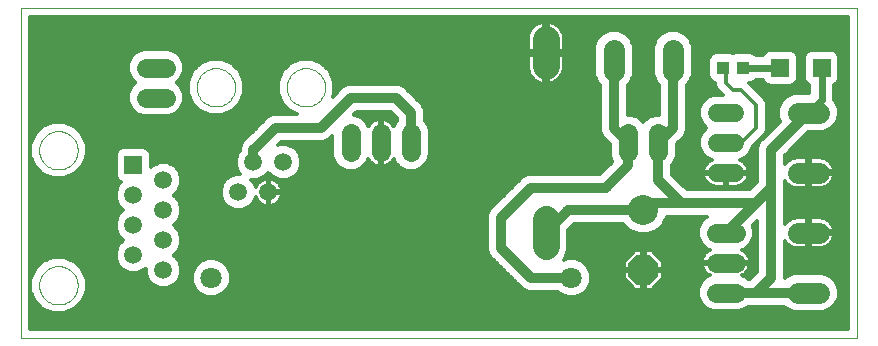
<source format=gtl>
G75*
%MOIN*%
%OFA0B0*%
%FSLAX24Y24*%
%IPPOS*%
%LPD*%
%AMOC8*
5,1,8,0,0,1.08239X$1,22.5*
%
%ADD10C,0.0000*%
%ADD11C,0.1000*%
%ADD12OC8,0.1000*%
%ADD13C,0.0590*%
%ADD14C,0.0594*%
%ADD15R,0.0594X0.0594*%
%ADD16C,0.0710*%
%ADD17C,0.0712*%
%ADD18C,0.0640*%
%ADD19C,0.0885*%
%ADD20R,0.0591X0.0591*%
%ADD21R,0.0394X0.0433*%
%ADD22C,0.0600*%
%ADD23C,0.0240*%
%ADD24C,0.0320*%
%ADD25C,0.0120*%
%ADD26C,0.0436*%
D10*
X001954Y000192D02*
X001954Y011188D01*
X029824Y011188D01*
X029824Y000192D01*
X001954Y000192D01*
X002564Y001942D02*
X002566Y001992D01*
X002572Y002042D01*
X002582Y002091D01*
X002595Y002140D01*
X002613Y002187D01*
X002634Y002233D01*
X002658Y002276D01*
X002686Y002318D01*
X002717Y002358D01*
X002751Y002395D01*
X002788Y002429D01*
X002828Y002460D01*
X002870Y002488D01*
X002913Y002512D01*
X002959Y002533D01*
X003006Y002551D01*
X003055Y002564D01*
X003104Y002574D01*
X003154Y002580D01*
X003204Y002582D01*
X003254Y002580D01*
X003304Y002574D01*
X003353Y002564D01*
X003402Y002551D01*
X003449Y002533D01*
X003495Y002512D01*
X003538Y002488D01*
X003580Y002460D01*
X003620Y002429D01*
X003657Y002395D01*
X003691Y002358D01*
X003722Y002318D01*
X003750Y002276D01*
X003774Y002233D01*
X003795Y002187D01*
X003813Y002140D01*
X003826Y002091D01*
X003836Y002042D01*
X003842Y001992D01*
X003844Y001942D01*
X003842Y001892D01*
X003836Y001842D01*
X003826Y001793D01*
X003813Y001744D01*
X003795Y001697D01*
X003774Y001651D01*
X003750Y001608D01*
X003722Y001566D01*
X003691Y001526D01*
X003657Y001489D01*
X003620Y001455D01*
X003580Y001424D01*
X003538Y001396D01*
X003495Y001372D01*
X003449Y001351D01*
X003402Y001333D01*
X003353Y001320D01*
X003304Y001310D01*
X003254Y001304D01*
X003204Y001302D01*
X003154Y001304D01*
X003104Y001310D01*
X003055Y001320D01*
X003006Y001333D01*
X002959Y001351D01*
X002913Y001372D01*
X002870Y001396D01*
X002828Y001424D01*
X002788Y001455D01*
X002751Y001489D01*
X002717Y001526D01*
X002686Y001566D01*
X002658Y001608D01*
X002634Y001651D01*
X002613Y001697D01*
X002595Y001744D01*
X002582Y001793D01*
X002572Y001842D01*
X002566Y001892D01*
X002564Y001942D01*
X002564Y006442D02*
X002566Y006492D01*
X002572Y006542D01*
X002582Y006591D01*
X002595Y006640D01*
X002613Y006687D01*
X002634Y006733D01*
X002658Y006776D01*
X002686Y006818D01*
X002717Y006858D01*
X002751Y006895D01*
X002788Y006929D01*
X002828Y006960D01*
X002870Y006988D01*
X002913Y007012D01*
X002959Y007033D01*
X003006Y007051D01*
X003055Y007064D01*
X003104Y007074D01*
X003154Y007080D01*
X003204Y007082D01*
X003254Y007080D01*
X003304Y007074D01*
X003353Y007064D01*
X003402Y007051D01*
X003449Y007033D01*
X003495Y007012D01*
X003538Y006988D01*
X003580Y006960D01*
X003620Y006929D01*
X003657Y006895D01*
X003691Y006858D01*
X003722Y006818D01*
X003750Y006776D01*
X003774Y006733D01*
X003795Y006687D01*
X003813Y006640D01*
X003826Y006591D01*
X003836Y006542D01*
X003842Y006492D01*
X003844Y006442D01*
X003842Y006392D01*
X003836Y006342D01*
X003826Y006293D01*
X003813Y006244D01*
X003795Y006197D01*
X003774Y006151D01*
X003750Y006108D01*
X003722Y006066D01*
X003691Y006026D01*
X003657Y005989D01*
X003620Y005955D01*
X003580Y005924D01*
X003538Y005896D01*
X003495Y005872D01*
X003449Y005851D01*
X003402Y005833D01*
X003353Y005820D01*
X003304Y005810D01*
X003254Y005804D01*
X003204Y005802D01*
X003154Y005804D01*
X003104Y005810D01*
X003055Y005820D01*
X003006Y005833D01*
X002959Y005851D01*
X002913Y005872D01*
X002870Y005896D01*
X002828Y005924D01*
X002788Y005955D01*
X002751Y005989D01*
X002717Y006026D01*
X002686Y006066D01*
X002658Y006108D01*
X002634Y006151D01*
X002613Y006197D01*
X002595Y006244D01*
X002582Y006293D01*
X002572Y006342D01*
X002566Y006392D01*
X002564Y006442D01*
X007814Y008542D02*
X007816Y008592D01*
X007822Y008642D01*
X007832Y008691D01*
X007845Y008740D01*
X007863Y008787D01*
X007884Y008833D01*
X007908Y008876D01*
X007936Y008918D01*
X007967Y008958D01*
X008001Y008995D01*
X008038Y009029D01*
X008078Y009060D01*
X008120Y009088D01*
X008163Y009112D01*
X008209Y009133D01*
X008256Y009151D01*
X008305Y009164D01*
X008354Y009174D01*
X008404Y009180D01*
X008454Y009182D01*
X008504Y009180D01*
X008554Y009174D01*
X008603Y009164D01*
X008652Y009151D01*
X008699Y009133D01*
X008745Y009112D01*
X008788Y009088D01*
X008830Y009060D01*
X008870Y009029D01*
X008907Y008995D01*
X008941Y008958D01*
X008972Y008918D01*
X009000Y008876D01*
X009024Y008833D01*
X009045Y008787D01*
X009063Y008740D01*
X009076Y008691D01*
X009086Y008642D01*
X009092Y008592D01*
X009094Y008542D01*
X009092Y008492D01*
X009086Y008442D01*
X009076Y008393D01*
X009063Y008344D01*
X009045Y008297D01*
X009024Y008251D01*
X009000Y008208D01*
X008972Y008166D01*
X008941Y008126D01*
X008907Y008089D01*
X008870Y008055D01*
X008830Y008024D01*
X008788Y007996D01*
X008745Y007972D01*
X008699Y007951D01*
X008652Y007933D01*
X008603Y007920D01*
X008554Y007910D01*
X008504Y007904D01*
X008454Y007902D01*
X008404Y007904D01*
X008354Y007910D01*
X008305Y007920D01*
X008256Y007933D01*
X008209Y007951D01*
X008163Y007972D01*
X008120Y007996D01*
X008078Y008024D01*
X008038Y008055D01*
X008001Y008089D01*
X007967Y008126D01*
X007936Y008166D01*
X007908Y008208D01*
X007884Y008251D01*
X007863Y008297D01*
X007845Y008344D01*
X007832Y008393D01*
X007822Y008442D01*
X007816Y008492D01*
X007814Y008542D01*
X010814Y008542D02*
X010816Y008592D01*
X010822Y008642D01*
X010832Y008691D01*
X010845Y008740D01*
X010863Y008787D01*
X010884Y008833D01*
X010908Y008876D01*
X010936Y008918D01*
X010967Y008958D01*
X011001Y008995D01*
X011038Y009029D01*
X011078Y009060D01*
X011120Y009088D01*
X011163Y009112D01*
X011209Y009133D01*
X011256Y009151D01*
X011305Y009164D01*
X011354Y009174D01*
X011404Y009180D01*
X011454Y009182D01*
X011504Y009180D01*
X011554Y009174D01*
X011603Y009164D01*
X011652Y009151D01*
X011699Y009133D01*
X011745Y009112D01*
X011788Y009088D01*
X011830Y009060D01*
X011870Y009029D01*
X011907Y008995D01*
X011941Y008958D01*
X011972Y008918D01*
X012000Y008876D01*
X012024Y008833D01*
X012045Y008787D01*
X012063Y008740D01*
X012076Y008691D01*
X012086Y008642D01*
X012092Y008592D01*
X012094Y008542D01*
X012092Y008492D01*
X012086Y008442D01*
X012076Y008393D01*
X012063Y008344D01*
X012045Y008297D01*
X012024Y008251D01*
X012000Y008208D01*
X011972Y008166D01*
X011941Y008126D01*
X011907Y008089D01*
X011870Y008055D01*
X011830Y008024D01*
X011788Y007996D01*
X011745Y007972D01*
X011699Y007951D01*
X011652Y007933D01*
X011603Y007920D01*
X011554Y007910D01*
X011504Y007904D01*
X011454Y007902D01*
X011404Y007904D01*
X011354Y007910D01*
X011305Y007920D01*
X011256Y007933D01*
X011209Y007951D01*
X011163Y007972D01*
X011120Y007996D01*
X011078Y008024D01*
X011038Y008055D01*
X011001Y008089D01*
X010967Y008126D01*
X010936Y008166D01*
X010908Y008208D01*
X010884Y008251D01*
X010863Y008297D01*
X010845Y008344D01*
X010832Y008393D01*
X010822Y008442D01*
X010816Y008492D01*
X010814Y008542D01*
D11*
X022704Y004442D03*
D12*
X022704Y002442D03*
D13*
X010704Y006042D03*
X009704Y006042D03*
X010204Y005042D03*
X009204Y005042D03*
D14*
X006704Y005442D03*
X005704Y004942D03*
X006704Y004442D03*
X005704Y003942D03*
X006704Y003442D03*
X005704Y002942D03*
X006704Y002442D03*
D15*
X005704Y005942D03*
D16*
X021720Y009087D02*
X021720Y009797D01*
X023688Y009797D02*
X023688Y009087D01*
X027849Y007692D02*
X028559Y007692D01*
X028559Y005692D02*
X027849Y005692D01*
X027849Y003692D02*
X028559Y003692D01*
X028559Y001692D02*
X027849Y001692D01*
D17*
X020306Y002192D03*
X008298Y002192D03*
D18*
X012954Y006372D02*
X012954Y007012D01*
X013954Y007012D02*
X013954Y006372D01*
X014954Y006372D02*
X014954Y007012D01*
X022204Y007012D02*
X022204Y006372D01*
X023204Y006372D02*
X023204Y007012D01*
X025134Y003692D02*
X025774Y003692D01*
X025774Y002692D02*
X025134Y002692D01*
X025134Y001692D02*
X025774Y001692D01*
X006774Y008192D02*
X006134Y008192D01*
X006134Y009192D02*
X006774Y009192D01*
D19*
X019454Y009249D02*
X019454Y010134D01*
X019454Y004134D02*
X019454Y003249D01*
D20*
X027265Y009192D03*
X028643Y009192D03*
D21*
X026038Y009192D03*
X025369Y009192D03*
D22*
X025154Y007692D02*
X025754Y007692D01*
X025754Y006692D02*
X025154Y006692D01*
X025154Y005692D02*
X025754Y005692D01*
D23*
X028204Y007692D02*
X028643Y008131D01*
X028643Y009192D01*
X027265Y009192D02*
X026038Y009192D01*
D24*
X023688Y009442D02*
X023688Y007176D01*
X023204Y006692D01*
X023204Y005442D01*
X023954Y004692D01*
X026454Y004692D01*
X026954Y005192D01*
X026954Y006442D01*
X028204Y007692D01*
X022204Y006692D02*
X022204Y005942D01*
X021454Y005192D01*
X018954Y005192D01*
X017954Y004192D01*
X017954Y003192D01*
X018954Y002192D01*
X020306Y002192D01*
X019454Y003692D02*
X020204Y004442D01*
X022704Y004442D01*
X022954Y004692D01*
X023954Y004692D01*
X025454Y003692D02*
X026454Y004692D01*
X026954Y005192D02*
X026954Y002192D01*
X026454Y001692D01*
X025454Y001692D01*
X028204Y001692D01*
X022204Y006692D02*
X021720Y007176D01*
X021720Y009442D01*
X014954Y007692D02*
X014954Y006692D01*
X014954Y007692D02*
X014454Y008192D01*
X012954Y008192D01*
X011954Y007192D01*
X010454Y007192D01*
X009704Y006442D01*
X009704Y006042D01*
D25*
X009140Y006235D02*
X006301Y006235D01*
X006301Y006299D02*
X006255Y006409D01*
X006171Y006493D01*
X006061Y006539D01*
X005347Y006539D01*
X005237Y006493D01*
X005152Y006409D01*
X005107Y006299D01*
X005107Y005585D01*
X005152Y005475D01*
X005237Y005390D01*
X005287Y005370D01*
X005198Y005280D01*
X005107Y005061D01*
X005107Y004823D01*
X005198Y004604D01*
X005359Y004442D01*
X005198Y004280D01*
X005107Y004061D01*
X005107Y003823D01*
X005198Y003604D01*
X005359Y003442D01*
X005198Y003280D01*
X005107Y003061D01*
X005107Y002823D01*
X005198Y002604D01*
X005366Y002436D01*
X005585Y002345D01*
X005823Y002345D01*
X006042Y002436D01*
X006107Y002500D01*
X006107Y002323D01*
X006198Y002104D01*
X006366Y001936D01*
X006585Y001845D01*
X006823Y001845D01*
X007042Y001936D01*
X007210Y002104D01*
X007301Y002323D01*
X007301Y002561D01*
X007210Y002780D01*
X007048Y002942D01*
X007210Y003104D01*
X007301Y003323D01*
X007301Y003561D01*
X007210Y003780D01*
X007048Y003942D01*
X007210Y004104D01*
X007301Y004323D01*
X007301Y004561D01*
X007210Y004780D01*
X007048Y004942D01*
X007210Y005104D01*
X007301Y005323D01*
X007301Y005561D01*
X007210Y005780D01*
X007042Y005948D01*
X006823Y006039D01*
X006585Y006039D01*
X006366Y005948D01*
X006301Y005884D01*
X006301Y006299D01*
X006278Y006354D02*
X009189Y006354D01*
X009182Y006338D02*
X009182Y007941D01*
X009136Y007894D02*
X010772Y007894D01*
X010723Y007944D02*
X010723Y007652D01*
X010841Y007652D02*
X010841Y007825D01*
X010890Y007776D02*
X009017Y007776D01*
X008986Y007745D02*
X009251Y008009D01*
X009394Y008355D01*
X009394Y008729D01*
X009251Y009074D01*
X008986Y009339D01*
X008641Y009482D01*
X008267Y009482D01*
X007921Y009339D01*
X007657Y009074D01*
X007514Y008729D01*
X007514Y008355D01*
X007657Y008009D01*
X007921Y007745D01*
X008267Y007602D01*
X008641Y007602D01*
X008986Y007745D01*
X008945Y007728D02*
X008945Y005579D01*
X008867Y005546D02*
X008699Y005379D01*
X008609Y005160D01*
X008609Y004924D01*
X008699Y004705D01*
X008867Y004538D01*
X009085Y004447D01*
X009322Y004447D01*
X009541Y004538D01*
X009708Y004705D01*
X009779Y004876D01*
X009782Y004867D01*
X009815Y004803D01*
X009857Y004746D01*
X009907Y004695D01*
X009698Y004695D01*
X009656Y004653D02*
X009656Y000492D01*
X009538Y000492D02*
X009538Y004536D01*
X009580Y004576D02*
X017688Y004576D01*
X017693Y004582D02*
X017564Y004452D01*
X017494Y004283D01*
X017494Y003100D01*
X017564Y002931D01*
X018564Y001931D01*
X018693Y001802D01*
X018862Y001732D01*
X019838Y001732D01*
X019934Y001636D01*
X020176Y001536D01*
X020437Y001536D01*
X020678Y001636D01*
X020862Y001820D01*
X020962Y002061D01*
X020962Y002322D01*
X020862Y002564D01*
X020678Y002748D01*
X020437Y002848D01*
X020176Y002848D01*
X020051Y002796D01*
X020083Y002829D01*
X020196Y003102D01*
X020196Y003784D01*
X020394Y003982D01*
X022032Y003982D01*
X022251Y003764D01*
X022545Y003642D01*
X022863Y003642D01*
X023157Y003764D01*
X023382Y003989D01*
X023483Y004232D01*
X024817Y004232D01*
X024783Y004218D01*
X024608Y004043D01*
X024514Y003815D01*
X024514Y003569D01*
X024608Y003341D01*
X024783Y003166D01*
X024907Y003115D01*
X024882Y003102D01*
X024821Y003058D01*
X024768Y003005D01*
X024723Y002944D01*
X024689Y002876D01*
X024666Y002804D01*
X024654Y002732D01*
X025414Y002732D01*
X025414Y002652D01*
X024654Y002652D01*
X024666Y002580D01*
X024689Y002508D01*
X024723Y002440D01*
X024768Y002379D01*
X024821Y002326D01*
X024882Y002281D01*
X024907Y002269D01*
X024783Y002218D01*
X024608Y002043D01*
X024514Y001815D01*
X024514Y001569D01*
X024608Y001341D01*
X024783Y001166D01*
X025010Y001072D01*
X025897Y001072D01*
X026125Y001166D01*
X026191Y001232D01*
X027382Y001232D01*
X027478Y001137D01*
X027718Y001037D01*
X028689Y001037D01*
X028930Y001137D01*
X029114Y001321D01*
X029214Y001562D01*
X029214Y001822D01*
X029114Y002063D01*
X028930Y002247D01*
X028689Y002347D01*
X027718Y002347D01*
X027478Y002247D01*
X027414Y002183D01*
X027414Y003414D01*
X027456Y003356D01*
X027513Y003299D01*
X027579Y003251D01*
X027651Y003215D01*
X027728Y003190D01*
X027808Y003177D01*
X028146Y003177D01*
X028146Y003634D01*
X028261Y003634D01*
X028261Y002347D01*
X028379Y002347D02*
X028379Y003177D01*
X028261Y003177D02*
X028599Y003177D01*
X028679Y003190D01*
X028756Y003215D01*
X028829Y003251D01*
X028894Y003299D01*
X028952Y003356D01*
X028999Y003422D01*
X029036Y003494D01*
X029061Y003571D01*
X029071Y003634D01*
X028261Y003634D01*
X028261Y003177D01*
X028261Y003273D02*
X028146Y003273D01*
X028142Y003177D02*
X028142Y002347D01*
X028024Y002347D02*
X028024Y003177D01*
X027905Y003177D02*
X027905Y002347D01*
X027787Y002347D02*
X027787Y003180D01*
X027668Y003209D02*
X027668Y002326D01*
X027665Y002325D02*
X027414Y002325D01*
X027414Y002443D02*
X029524Y002443D01*
X029524Y002325D02*
X028742Y002325D01*
X028735Y002328D02*
X028735Y003208D01*
X028616Y003180D02*
X028616Y002347D01*
X028498Y002347D02*
X028498Y003177D01*
X028261Y003391D02*
X028146Y003391D01*
X028146Y003510D02*
X028261Y003510D01*
X028261Y003628D02*
X028146Y003628D01*
X028261Y003634D02*
X028261Y003749D01*
X028261Y005634D01*
X028261Y005177D01*
X028599Y005177D01*
X028679Y005190D01*
X028756Y005215D01*
X028829Y005251D01*
X028894Y005299D01*
X028952Y005356D01*
X028999Y005422D01*
X029036Y005494D01*
X029061Y005571D01*
X029071Y005634D01*
X028261Y005634D01*
X028146Y005634D01*
X028146Y005177D01*
X027808Y005177D01*
X027728Y005190D01*
X027651Y005215D01*
X027579Y005251D01*
X027513Y005299D01*
X027456Y005356D01*
X027414Y005414D01*
X027414Y003969D01*
X027456Y004027D01*
X027513Y004085D01*
X027579Y004132D01*
X027651Y004169D01*
X027728Y004194D01*
X027808Y004207D01*
X028146Y004207D01*
X028146Y003749D01*
X028261Y003749D01*
X029071Y003749D01*
X029061Y003813D01*
X029036Y003890D01*
X028999Y003962D01*
X028952Y004027D01*
X028894Y004085D01*
X028829Y004132D01*
X028756Y004169D01*
X028679Y004194D01*
X028599Y004207D01*
X028261Y004207D01*
X028261Y003749D01*
X028261Y003747D02*
X029524Y003747D01*
X029524Y003628D02*
X029070Y003628D01*
X028972Y003634D02*
X028972Y003749D01*
X028853Y003749D02*
X028853Y003634D01*
X028735Y003634D02*
X028735Y003749D01*
X028616Y003749D02*
X028616Y003634D01*
X028498Y003634D02*
X028498Y003749D01*
X028379Y003749D02*
X028379Y003634D01*
X028261Y003865D02*
X028146Y003865D01*
X028146Y003984D02*
X028261Y003984D01*
X028261Y004102D02*
X028146Y004102D01*
X028142Y004207D02*
X028142Y005177D01*
X028146Y005287D02*
X028261Y005287D01*
X028261Y005406D02*
X028146Y005406D01*
X028146Y005524D02*
X028261Y005524D01*
X028261Y005634D02*
X028261Y005749D01*
X028261Y007037D01*
X028199Y007037D02*
X028689Y007037D01*
X028930Y007137D01*
X029114Y007321D01*
X029214Y007562D01*
X029214Y007822D01*
X029114Y008063D01*
X029063Y008114D01*
X029063Y008624D01*
X029108Y008642D01*
X029192Y008727D01*
X029238Y008837D01*
X029238Y009547D01*
X029192Y009657D01*
X029108Y009742D01*
X028998Y009787D01*
X028288Y009787D01*
X028178Y009742D01*
X028093Y009657D01*
X028047Y009547D01*
X028047Y008837D01*
X028093Y008727D01*
X028178Y008642D01*
X028223Y008624D01*
X028223Y008347D01*
X027718Y008347D01*
X027478Y008247D01*
X027293Y008063D01*
X027194Y007822D01*
X027194Y007562D01*
X027261Y007400D01*
X026564Y006702D01*
X026494Y006533D01*
X026494Y005382D01*
X026263Y005152D01*
X024144Y005152D01*
X023664Y005632D01*
X023664Y005955D01*
X023729Y006021D01*
X023824Y006249D01*
X023824Y006661D01*
X024078Y006916D01*
X024148Y007085D01*
X024148Y008621D01*
X024243Y008716D01*
X024343Y008957D01*
X024343Y009927D01*
X024243Y010168D01*
X024059Y010352D01*
X023818Y010452D01*
X023558Y010452D01*
X023317Y010352D01*
X023133Y010168D01*
X023033Y009927D01*
X023033Y008957D01*
X023133Y008716D01*
X023228Y008621D01*
X023228Y007632D01*
X023080Y007632D01*
X022853Y007538D01*
X022704Y007389D01*
X022555Y007538D01*
X022327Y007632D01*
X022180Y007632D01*
X022180Y008621D01*
X022275Y008716D01*
X022375Y008957D01*
X022375Y009927D01*
X022275Y010168D01*
X022091Y010352D01*
X021850Y010452D01*
X021589Y010452D01*
X021348Y010352D01*
X021164Y010168D01*
X021065Y009927D01*
X021065Y008957D01*
X021164Y008716D01*
X021260Y008621D01*
X021260Y007085D01*
X021330Y006916D01*
X021584Y006661D01*
X021584Y006249D01*
X021665Y006053D01*
X021263Y005652D01*
X018862Y005652D01*
X018693Y005582D01*
X017693Y004582D01*
X017714Y004603D02*
X017714Y010888D01*
X017596Y010888D02*
X017596Y004484D01*
X017569Y004458D02*
X009349Y004458D01*
X009301Y004447D02*
X009301Y000492D01*
X009419Y000492D02*
X009419Y004487D01*
X009182Y004447D02*
X009182Y000492D01*
X009064Y000492D02*
X009064Y004456D01*
X009059Y004458D02*
X007301Y004458D01*
X007301Y004339D02*
X017517Y004339D01*
X017494Y004221D02*
X007259Y004221D01*
X007286Y004288D02*
X007286Y003596D01*
X007273Y003628D02*
X017494Y003628D01*
X017494Y003510D02*
X007301Y003510D01*
X007301Y003391D02*
X017494Y003391D01*
X017494Y003273D02*
X007280Y003273D01*
X007286Y003288D02*
X007286Y002596D01*
X007300Y002562D02*
X007741Y002562D01*
X007742Y002564D02*
X007642Y002322D01*
X007642Y002061D01*
X007742Y001820D01*
X007927Y001636D01*
X008168Y001536D01*
X008429Y001536D01*
X008670Y001636D01*
X008855Y001820D01*
X008954Y002061D01*
X008954Y002322D01*
X008855Y002564D01*
X008670Y002748D01*
X008429Y002848D01*
X008168Y002848D01*
X007927Y002748D01*
X007742Y002564D01*
X007760Y002582D02*
X007760Y007906D01*
X007772Y007894D02*
X007322Y007894D01*
X007299Y007841D02*
X007394Y008069D01*
X007394Y008315D01*
X007299Y008543D01*
X007151Y008692D01*
X007299Y008841D01*
X007394Y009069D01*
X007394Y009315D01*
X007299Y009543D01*
X007125Y009718D01*
X006897Y009812D01*
X006010Y009812D01*
X005783Y009718D01*
X005608Y009543D01*
X005514Y009315D01*
X005514Y009069D01*
X005608Y008841D01*
X005757Y008692D01*
X005608Y008543D01*
X005514Y008315D01*
X005514Y008069D01*
X005608Y007841D01*
X005783Y007666D01*
X006010Y007572D01*
X006897Y007572D01*
X007125Y007666D01*
X007299Y007841D01*
X007286Y007828D02*
X007286Y005596D01*
X007267Y005643D02*
X009261Y005643D01*
X009267Y005637D02*
X009085Y005637D01*
X008867Y005546D01*
X008845Y005524D02*
X007301Y005524D01*
X007301Y005406D02*
X008726Y005406D01*
X008708Y005388D02*
X008708Y007630D01*
X008775Y007657D02*
X011133Y007657D01*
X011146Y007652D02*
X010921Y007745D01*
X010657Y008009D01*
X010514Y008355D01*
X010514Y008729D01*
X010657Y009074D01*
X010921Y009339D01*
X011267Y009482D01*
X011641Y009482D01*
X011986Y009339D01*
X012251Y009074D01*
X012394Y008729D01*
X012394Y008355D01*
X012343Y008231D01*
X012564Y008452D01*
X012693Y008582D01*
X012862Y008652D01*
X014545Y008652D01*
X014714Y008582D01*
X015214Y008082D01*
X015344Y007952D01*
X015414Y007783D01*
X015414Y007429D01*
X015479Y007363D01*
X015574Y007135D01*
X015574Y006249D01*
X015479Y006021D01*
X015305Y005846D01*
X015077Y005752D01*
X014830Y005752D01*
X014603Y005846D01*
X014428Y006021D01*
X014377Y006145D01*
X014364Y006120D01*
X014320Y006059D01*
X014266Y006006D01*
X014205Y005961D01*
X014138Y005927D01*
X014066Y005904D01*
X013994Y005892D01*
X013994Y006652D01*
X013914Y006652D01*
X013914Y005892D01*
X013841Y005904D01*
X013770Y005927D01*
X013702Y005961D01*
X013641Y006006D01*
X013588Y006059D01*
X013543Y006120D01*
X013531Y006145D01*
X013479Y006021D01*
X013305Y005846D01*
X013077Y005752D01*
X012830Y005752D01*
X012603Y005846D01*
X012428Y006021D01*
X012334Y006249D01*
X012334Y006921D01*
X012214Y006802D01*
X012045Y006732D01*
X010644Y006732D01*
X010524Y006611D01*
X010585Y006637D01*
X010822Y006637D01*
X011041Y006546D01*
X011208Y006379D01*
X011299Y006160D01*
X011299Y005924D01*
X011208Y005705D01*
X011041Y005538D01*
X010822Y005447D01*
X010585Y005447D01*
X010367Y005538D01*
X010204Y005700D01*
X010041Y005538D01*
X009822Y005447D01*
X009640Y005447D01*
X009708Y005379D01*
X009779Y005208D01*
X009782Y005217D01*
X009815Y005280D01*
X009857Y005338D01*
X009907Y005389D01*
X009965Y005431D01*
X010029Y005464D01*
X010097Y005486D01*
X010168Y005497D01*
X010176Y005497D01*
X010176Y005069D01*
X010231Y005069D01*
X010659Y005069D01*
X010659Y005078D01*
X010648Y005148D01*
X010625Y005217D01*
X010593Y005280D01*
X010551Y005338D01*
X010500Y005389D01*
X010442Y005431D01*
X010378Y005464D01*
X010310Y005486D01*
X010240Y005497D01*
X010231Y005497D01*
X010231Y005069D01*
X010231Y005014D01*
X010231Y004587D01*
X010240Y004587D01*
X010310Y004598D01*
X010378Y004620D01*
X010442Y004653D01*
X010500Y004695D01*
X010551Y004746D01*
X010593Y004803D01*
X010625Y004867D01*
X010648Y004935D01*
X010659Y005006D01*
X010659Y005014D01*
X010231Y005014D01*
X010176Y005014D01*
X010176Y004587D01*
X010168Y004587D01*
X010097Y004598D01*
X010029Y004620D01*
X009965Y004653D01*
X009907Y004695D01*
X009893Y004709D02*
X009893Y000492D01*
X009775Y000492D02*
X009775Y004866D01*
X009753Y004813D02*
X009810Y004813D01*
X010176Y004813D02*
X010231Y004813D01*
X010231Y004695D02*
X010176Y004695D01*
X010130Y004593D02*
X010130Y000492D01*
X010012Y000492D02*
X010012Y004629D01*
X010249Y004588D02*
X010249Y000492D01*
X010367Y000492D02*
X010367Y004617D01*
X010486Y004684D02*
X010486Y000492D01*
X010604Y000492D02*
X010604Y004826D01*
X010598Y004813D02*
X017925Y004813D01*
X017951Y004840D02*
X017951Y010888D01*
X017833Y010888D02*
X017833Y004721D01*
X017806Y004695D02*
X010500Y004695D01*
X010646Y004932D02*
X018043Y004932D01*
X018070Y004959D02*
X018070Y010888D01*
X018188Y010888D02*
X018188Y005077D01*
X018162Y005050D02*
X010231Y005050D01*
X010249Y005069D02*
X010249Y005014D01*
X010231Y004932D02*
X010176Y004932D01*
X010367Y005014D02*
X010367Y005069D01*
X010486Y005069D02*
X010486Y005014D01*
X010604Y005014D02*
X010604Y005069D01*
X010641Y005169D02*
X018280Y005169D01*
X018307Y005196D02*
X018307Y010888D01*
X018425Y010888D02*
X018425Y005314D01*
X018399Y005287D02*
X010588Y005287D01*
X010604Y005258D02*
X010604Y005447D01*
X010723Y005447D02*
X010723Y000492D01*
X010841Y000492D02*
X010841Y005455D01*
X010960Y005504D02*
X010960Y000492D01*
X011078Y000492D02*
X011078Y005575D01*
X011009Y005524D02*
X018636Y005524D01*
X018662Y005551D02*
X018662Y010888D01*
X018544Y010888D02*
X018544Y005433D01*
X018517Y005406D02*
X010477Y005406D01*
X010486Y005399D02*
X010486Y005488D01*
X010398Y005524D02*
X010009Y005524D01*
X010012Y005525D02*
X010012Y005455D01*
X009931Y005406D02*
X009681Y005406D01*
X009656Y005431D02*
X009656Y005447D01*
X009775Y005447D02*
X009775Y005218D01*
X009746Y005287D02*
X009820Y005287D01*
X009893Y005375D02*
X009893Y005476D01*
X010130Y005491D02*
X010130Y005627D01*
X010146Y005643D02*
X010261Y005643D01*
X010249Y005655D02*
X010249Y005495D01*
X010231Y005406D02*
X010176Y005406D01*
X010176Y005287D02*
X010231Y005287D01*
X010231Y005169D02*
X010176Y005169D01*
X010367Y005467D02*
X010367Y005537D01*
X011146Y005643D02*
X018841Y005643D01*
X018899Y005652D02*
X018899Y009011D01*
X018895Y009018D02*
X018938Y008934D01*
X018994Y008857D01*
X019061Y008790D01*
X019138Y008734D01*
X019222Y008691D01*
X019313Y008662D01*
X019394Y008649D01*
X019394Y009632D01*
X019514Y009632D01*
X019514Y009752D01*
X020056Y009752D01*
X020056Y010182D01*
X020041Y010276D01*
X020012Y010366D01*
X019969Y010450D01*
X019913Y010527D01*
X019846Y010594D01*
X019770Y010650D01*
X019685Y010693D01*
X019595Y010722D01*
X019514Y010735D01*
X019514Y009752D01*
X019394Y009752D01*
X019394Y010735D01*
X019313Y010722D01*
X019222Y010693D01*
X019138Y010650D01*
X019061Y010594D01*
X018994Y010527D01*
X018938Y010450D01*
X018895Y010366D01*
X018866Y010276D01*
X018851Y010182D01*
X018851Y009752D01*
X019394Y009752D01*
X019394Y009632D01*
X018851Y009632D01*
X018851Y009202D01*
X018866Y009108D01*
X018895Y009018D01*
X018925Y008961D02*
X012298Y008961D01*
X012263Y009044D02*
X012263Y010888D01*
X012145Y010888D02*
X012145Y009180D01*
X012127Y009198D02*
X018852Y009198D01*
X018851Y009316D02*
X012009Y009316D01*
X012026Y009299D02*
X012026Y010888D01*
X011908Y010888D02*
X011908Y009371D01*
X011789Y009420D02*
X011789Y010888D01*
X011671Y010888D02*
X011671Y009469D01*
X011754Y009435D02*
X018851Y009435D01*
X018851Y009553D02*
X007289Y009553D01*
X007286Y009556D02*
X007286Y010888D01*
X007168Y010888D02*
X007168Y009675D01*
X007171Y009672D02*
X019394Y009672D01*
X019373Y009632D02*
X019373Y009752D01*
X019394Y009790D02*
X019514Y009790D01*
X019492Y009752D02*
X019492Y010888D01*
X019610Y010888D02*
X019610Y010717D01*
X019729Y010670D02*
X019729Y010888D01*
X019847Y010888D02*
X019847Y010593D01*
X019811Y010620D02*
X029524Y010620D01*
X029524Y010738D02*
X002254Y010738D01*
X002254Y010620D02*
X019097Y010620D01*
X019136Y010649D02*
X019136Y010888D01*
X019018Y010888D02*
X019018Y010551D01*
X018976Y010501D02*
X002254Y010501D01*
X002254Y010383D02*
X018904Y010383D01*
X018899Y010373D02*
X018899Y010888D01*
X018781Y010888D02*
X018781Y005618D01*
X019018Y005652D02*
X019018Y008833D01*
X019009Y008842D02*
X012347Y008842D01*
X012382Y008758D02*
X012382Y010888D01*
X012500Y010888D02*
X012500Y008389D01*
X012480Y008368D02*
X012394Y008368D01*
X012382Y008326D02*
X012382Y008270D01*
X012361Y008250D02*
X012350Y008250D01*
X012394Y008487D02*
X012598Y008487D01*
X012619Y008507D02*
X012619Y010888D01*
X012737Y010888D02*
X012737Y008600D01*
X012750Y008605D02*
X012394Y008605D01*
X012394Y008724D02*
X019158Y008724D01*
X019136Y008735D02*
X019136Y005652D01*
X019255Y005652D02*
X019255Y008681D01*
X019373Y008652D02*
X019373Y005652D01*
X019492Y005652D02*
X019492Y009632D01*
X019514Y009632D02*
X019514Y008649D01*
X019595Y008662D01*
X019685Y008691D01*
X019770Y008734D01*
X019846Y008790D01*
X019913Y008857D01*
X019969Y008934D01*
X020012Y009018D01*
X020041Y009108D01*
X020056Y009202D01*
X020056Y009632D01*
X019514Y009632D01*
X019514Y009672D02*
X021065Y009672D01*
X021065Y009790D02*
X020056Y009790D01*
X019966Y009752D02*
X019966Y009632D01*
X019847Y009632D02*
X019847Y009752D01*
X019729Y009752D02*
X019729Y009632D01*
X019610Y009632D02*
X019610Y009752D01*
X019514Y009909D02*
X019394Y009909D01*
X019394Y010027D02*
X019514Y010027D01*
X019514Y010146D02*
X019394Y010146D01*
X019394Y010264D02*
X019514Y010264D01*
X019514Y010383D02*
X019394Y010383D01*
X019394Y010501D02*
X019514Y010501D01*
X019514Y010620D02*
X019394Y010620D01*
X019373Y010732D02*
X019373Y010888D01*
X019255Y010888D02*
X019255Y010703D01*
X019932Y010501D02*
X029524Y010501D01*
X029524Y010383D02*
X023985Y010383D01*
X023995Y010379D02*
X023995Y010888D01*
X024113Y010888D02*
X024113Y010298D01*
X024147Y010264D02*
X029524Y010264D01*
X029524Y010146D02*
X024252Y010146D01*
X024232Y010179D02*
X024232Y010888D01*
X024350Y010888D02*
X024350Y005152D01*
X024232Y005152D02*
X024232Y008704D01*
X024247Y008724D02*
X024999Y008724D01*
X025002Y008721D02*
X025094Y008683D01*
X025094Y008620D01*
X025149Y008488D01*
X025345Y008292D01*
X025034Y008292D01*
X024814Y008201D01*
X024645Y008032D01*
X024554Y007811D01*
X024554Y007573D01*
X024645Y007352D01*
X024805Y007192D01*
X024645Y007032D01*
X024554Y006811D01*
X024554Y006573D01*
X024645Y006352D01*
X024814Y006183D01*
X024974Y006117D01*
X023769Y006117D01*
X023758Y006089D02*
X023758Y005538D01*
X023772Y005524D02*
X024725Y005524D01*
X024727Y005515D02*
X024760Y005451D01*
X024803Y005392D01*
X024854Y005341D01*
X024913Y005299D01*
X024977Y005266D01*
X025046Y005243D01*
X025118Y005232D01*
X025424Y005232D01*
X025424Y005662D01*
X025484Y005662D01*
X025484Y005722D01*
X026214Y005722D01*
X026214Y005728D01*
X026202Y005800D01*
X026180Y005869D01*
X026147Y005933D01*
X026105Y005992D01*
X026053Y006043D01*
X025995Y006085D01*
X025933Y006117D01*
X026094Y006183D01*
X026262Y006352D01*
X026354Y006573D01*
X026354Y006583D01*
X026759Y006988D01*
X026814Y007120D01*
X026814Y008014D01*
X026759Y008146D01*
X026658Y008247D01*
X026229Y008675D01*
X026295Y008675D01*
X026405Y008721D01*
X026456Y008772D01*
X026696Y008772D01*
X026715Y008727D01*
X026800Y008642D01*
X026910Y008597D01*
X027620Y008597D01*
X027730Y008642D01*
X027814Y008727D01*
X027860Y008837D01*
X027860Y009547D01*
X027814Y009657D01*
X027730Y009742D01*
X027620Y009787D01*
X026910Y009787D01*
X026800Y009742D01*
X026715Y009657D01*
X026696Y009612D01*
X026456Y009612D01*
X026405Y009663D01*
X026295Y009708D01*
X025782Y009708D01*
X025704Y009676D01*
X025626Y009708D01*
X025113Y009708D01*
X025002Y009663D01*
X024918Y009578D01*
X024872Y009468D01*
X024872Y008916D01*
X024918Y008805D01*
X025002Y008721D01*
X025061Y008697D02*
X025061Y008292D01*
X025180Y008292D02*
X025180Y008457D01*
X025150Y008487D02*
X024148Y008487D01*
X024148Y008605D02*
X025100Y008605D01*
X024943Y008781D02*
X024943Y008254D01*
X024933Y008250D02*
X024148Y008250D01*
X024148Y008368D02*
X025268Y008368D01*
X025298Y008338D02*
X025298Y008292D01*
X025454Y008692D02*
X025704Y008442D01*
X025954Y008442D01*
X026454Y007942D01*
X026454Y007192D01*
X025954Y006692D01*
X025454Y006692D01*
X024706Y007093D02*
X024706Y007291D01*
X024695Y007302D02*
X024148Y007302D01*
X024148Y007420D02*
X024617Y007420D01*
X024587Y007492D02*
X024587Y006892D01*
X024610Y006946D02*
X024091Y006946D01*
X024113Y007001D02*
X024113Y005183D01*
X024127Y005169D02*
X026280Y005169D01*
X026246Y005152D02*
X026246Y006336D01*
X026263Y006354D02*
X026494Y006354D01*
X026494Y006472D02*
X026312Y006472D01*
X026362Y006591D02*
X026518Y006591D01*
X026480Y006709D02*
X026571Y006709D01*
X026602Y006741D02*
X026602Y006831D01*
X026599Y006828D02*
X026689Y006828D01*
X026720Y006859D02*
X026720Y006949D01*
X026717Y006946D02*
X026808Y006946D01*
X026839Y006978D02*
X026839Y008626D01*
X026889Y008605D02*
X026299Y008605D01*
X026246Y008658D02*
X026246Y008675D01*
X026365Y008704D02*
X026365Y008540D01*
X026418Y008487D02*
X028223Y008487D01*
X028223Y008605D02*
X027641Y008605D01*
X027668Y008617D02*
X027668Y008326D01*
X027787Y008347D02*
X027787Y008699D01*
X027812Y008724D02*
X028096Y008724D01*
X028142Y008678D02*
X028142Y008347D01*
X028223Y008368D02*
X026536Y008368D01*
X026483Y008421D02*
X026483Y008772D01*
X026408Y008724D02*
X026718Y008724D01*
X026720Y008722D02*
X026720Y008184D01*
X026765Y008131D02*
X027362Y008131D01*
X027313Y008082D02*
X027313Y008597D01*
X027431Y008597D02*
X027431Y008201D01*
X027484Y008250D02*
X026655Y008250D01*
X026602Y008303D02*
X026602Y008772D01*
X026957Y008597D02*
X026957Y007096D01*
X026926Y007065D02*
X026791Y007065D01*
X026814Y007183D02*
X027045Y007183D01*
X027076Y007215D02*
X027076Y008597D01*
X027194Y008597D02*
X027194Y007824D01*
X027194Y007776D02*
X026814Y007776D01*
X026814Y007894D02*
X027224Y007894D01*
X027273Y008013D02*
X026814Y008013D01*
X027550Y008277D02*
X027550Y008597D01*
X027860Y008842D02*
X028047Y008842D01*
X028047Y008961D02*
X027860Y008961D01*
X027860Y009079D02*
X028047Y009079D01*
X028047Y009198D02*
X027860Y009198D01*
X027860Y009316D02*
X028047Y009316D01*
X028047Y009435D02*
X027860Y009435D01*
X027857Y009553D02*
X028050Y009553D01*
X028108Y009672D02*
X027800Y009672D01*
X027787Y009685D02*
X027787Y010888D01*
X027905Y010888D02*
X027905Y008347D01*
X028024Y008347D02*
X028024Y010888D01*
X028142Y010888D02*
X028142Y009706D01*
X028261Y009776D02*
X028261Y010888D01*
X028379Y010888D02*
X028379Y009787D01*
X028498Y009787D02*
X028498Y010888D01*
X028616Y010888D02*
X028616Y009787D01*
X028735Y009787D02*
X028735Y010888D01*
X028853Y010888D02*
X028853Y009787D01*
X028972Y009787D02*
X028972Y010888D01*
X029090Y010888D02*
X029090Y009749D01*
X029178Y009672D02*
X029524Y009672D01*
X029524Y009790D02*
X024343Y009790D01*
X024343Y009672D02*
X025024Y009672D01*
X025061Y009687D02*
X025061Y010888D01*
X024943Y010888D02*
X024943Y009603D01*
X024908Y009553D02*
X024343Y009553D01*
X024343Y009435D02*
X024872Y009435D01*
X024872Y009316D02*
X024343Y009316D01*
X024343Y009198D02*
X024872Y009198D01*
X024872Y009079D02*
X024343Y009079D01*
X024343Y008961D02*
X024872Y008961D01*
X024903Y008842D02*
X024296Y008842D01*
X023228Y008605D02*
X022180Y008605D01*
X022217Y008658D02*
X022217Y007632D01*
X022180Y007657D02*
X023228Y007657D01*
X023165Y007632D02*
X023165Y008683D01*
X023129Y008724D02*
X022278Y008724D01*
X022327Y008842D02*
X023080Y008842D01*
X023047Y008923D02*
X023047Y007618D01*
X022928Y007569D02*
X022928Y010888D01*
X022810Y010888D02*
X022810Y007495D01*
X022856Y007539D02*
X022552Y007539D01*
X022573Y007520D02*
X022573Y010888D01*
X022691Y010888D02*
X022691Y007401D01*
X022672Y007420D02*
X022735Y007420D01*
X022454Y007579D02*
X022454Y010888D01*
X022336Y010888D02*
X022336Y010021D01*
X022333Y010027D02*
X023075Y010027D01*
X023047Y009961D02*
X023047Y010888D01*
X023165Y010888D02*
X023165Y010201D01*
X023124Y010146D02*
X022284Y010146D01*
X022217Y010225D02*
X022217Y010888D01*
X022099Y010888D02*
X022099Y010344D01*
X022016Y010383D02*
X023391Y010383D01*
X023402Y010388D02*
X023402Y010888D01*
X023284Y010888D02*
X023284Y010319D01*
X023229Y010264D02*
X022178Y010264D01*
X021980Y010398D02*
X021980Y010888D01*
X021862Y010888D02*
X021862Y010447D01*
X021743Y010452D02*
X021743Y010888D01*
X021625Y010888D02*
X021625Y010452D01*
X021506Y010418D02*
X021506Y010888D01*
X021388Y010888D02*
X021388Y010368D01*
X021423Y010383D02*
X020003Y010383D01*
X019966Y010455D02*
X019966Y010888D01*
X020084Y010888D02*
X020084Y005652D01*
X019966Y005652D02*
X019966Y008929D01*
X019983Y008961D02*
X021065Y008961D01*
X021065Y009079D02*
X020032Y009079D01*
X020056Y009198D02*
X021065Y009198D01*
X021065Y009316D02*
X020056Y009316D01*
X020056Y009435D02*
X021065Y009435D01*
X021065Y009553D02*
X020056Y009553D01*
X019514Y009553D02*
X019394Y009553D01*
X019394Y009435D02*
X019514Y009435D01*
X019514Y009316D02*
X019394Y009316D01*
X019394Y009198D02*
X019514Y009198D01*
X019514Y009079D02*
X019394Y009079D01*
X019394Y008961D02*
X019514Y008961D01*
X019514Y008842D02*
X019394Y008842D01*
X019394Y008724D02*
X019514Y008724D01*
X019610Y008667D02*
X019610Y005652D01*
X019729Y005652D02*
X019729Y008713D01*
X019750Y008724D02*
X021161Y008724D01*
X021151Y008748D02*
X021151Y005652D01*
X021269Y005658D02*
X021269Y007061D01*
X021268Y007065D02*
X015574Y007065D01*
X015574Y006946D02*
X021317Y006946D01*
X021388Y006857D02*
X021388Y005777D01*
X021373Y005761D02*
X015100Y005761D01*
X015107Y005764D02*
X015107Y000492D01*
X014989Y000492D02*
X014989Y005752D01*
X014870Y005752D02*
X014870Y000492D01*
X014752Y000492D02*
X014752Y005785D01*
X014807Y005761D02*
X013100Y005761D01*
X013093Y005758D02*
X013093Y000492D01*
X013211Y000492D02*
X013211Y005808D01*
X013330Y005871D02*
X013330Y000492D01*
X013448Y000492D02*
X013448Y005990D01*
X013457Y005998D02*
X013651Y005998D01*
X013685Y005974D02*
X013685Y000492D01*
X013567Y000492D02*
X013567Y006088D01*
X013546Y006117D02*
X013519Y006117D01*
X013339Y005880D02*
X014569Y005880D01*
X014515Y005934D02*
X014515Y000492D01*
X014633Y000492D02*
X014633Y005834D01*
X014159Y005938D02*
X014159Y000492D01*
X014041Y000492D02*
X014041Y005900D01*
X013994Y005998D02*
X013914Y005998D01*
X013914Y006117D02*
X013994Y006117D01*
X013994Y006235D02*
X013914Y006235D01*
X013914Y006354D02*
X013994Y006354D01*
X013994Y006472D02*
X013914Y006472D01*
X013914Y006591D02*
X013994Y006591D01*
X013922Y006652D02*
X013922Y000492D01*
X013804Y000492D02*
X013804Y005916D01*
X014256Y005998D02*
X014450Y005998D01*
X014396Y006098D02*
X014396Y000492D01*
X014278Y000492D02*
X014278Y006017D01*
X014362Y006117D02*
X014388Y006117D01*
X015226Y005814D02*
X015226Y000492D01*
X015344Y000492D02*
X015344Y005886D01*
X015339Y005880D02*
X021491Y005880D01*
X021506Y005895D02*
X021506Y006739D01*
X021536Y006709D02*
X015574Y006709D01*
X015574Y006591D02*
X021584Y006591D01*
X021584Y006472D02*
X015574Y006472D01*
X015574Y006354D02*
X021584Y006354D01*
X021589Y006235D02*
X015568Y006235D01*
X015519Y006117D02*
X021638Y006117D01*
X021625Y006150D02*
X021625Y006014D01*
X021610Y005998D02*
X015457Y005998D01*
X015463Y006004D02*
X015463Y000492D01*
X015581Y000492D02*
X015581Y010888D01*
X015463Y010888D02*
X015463Y007380D01*
X015422Y007420D02*
X021260Y007420D01*
X021260Y007302D02*
X015505Y007302D01*
X015554Y007183D02*
X021260Y007183D01*
X021260Y007539D02*
X015414Y007539D01*
X015414Y007657D02*
X021260Y007657D01*
X021260Y007776D02*
X015414Y007776D01*
X015368Y007894D02*
X021260Y007894D01*
X021260Y008013D02*
X015283Y008013D01*
X015226Y008070D02*
X015226Y010888D01*
X015344Y010888D02*
X015344Y007951D01*
X015165Y008131D02*
X021260Y008131D01*
X021260Y008250D02*
X015046Y008250D01*
X014989Y008307D02*
X014989Y010888D01*
X015107Y010888D02*
X015107Y008189D01*
X014928Y008368D02*
X021260Y008368D01*
X021260Y008487D02*
X014809Y008487D01*
X014752Y008544D02*
X014752Y010888D01*
X014870Y010888D02*
X014870Y008426D01*
X014657Y008605D02*
X021260Y008605D01*
X021112Y008842D02*
X019899Y008842D01*
X019847Y008791D02*
X019847Y005652D01*
X020203Y005652D02*
X020203Y010888D01*
X020321Y010888D02*
X020321Y005652D01*
X020440Y005652D02*
X020440Y010888D01*
X020558Y010888D02*
X020558Y005652D01*
X020677Y005652D02*
X020677Y010888D01*
X020795Y010888D02*
X020795Y005652D01*
X020914Y005652D02*
X020914Y010888D01*
X021032Y010888D02*
X021032Y005652D01*
X023664Y005643D02*
X024696Y005643D01*
X024694Y005656D02*
X024705Y005584D01*
X024727Y005515D01*
X024706Y005582D02*
X024706Y005152D01*
X024824Y005152D02*
X024824Y005371D01*
X024793Y005406D02*
X023890Y005406D01*
X023876Y005420D02*
X023876Y006714D01*
X023872Y006709D02*
X024554Y006709D01*
X024554Y006591D02*
X023824Y006591D01*
X023824Y006472D02*
X024595Y006472D01*
X024587Y006492D02*
X024587Y005152D01*
X024469Y005152D02*
X024469Y010888D01*
X024587Y010888D02*
X024587Y007892D01*
X024588Y007894D02*
X024148Y007894D01*
X024148Y007776D02*
X024554Y007776D01*
X024554Y007657D02*
X024148Y007657D01*
X024148Y007539D02*
X024568Y007539D01*
X024797Y007183D02*
X024148Y007183D01*
X024140Y007065D02*
X024678Y007065D01*
X024561Y006828D02*
X023990Y006828D01*
X023995Y006832D02*
X023995Y005301D01*
X024009Y005287D02*
X024934Y005287D01*
X024943Y005283D02*
X024943Y005152D01*
X025061Y005152D02*
X025061Y005241D01*
X025180Y005232D02*
X025180Y005152D01*
X025298Y005152D02*
X025298Y005232D01*
X025417Y005232D02*
X025417Y005152D01*
X025484Y005232D02*
X025790Y005232D01*
X025861Y005243D01*
X025930Y005266D01*
X025995Y005299D01*
X026053Y005341D01*
X026105Y005392D01*
X026147Y005451D01*
X026180Y005515D01*
X026202Y005584D01*
X026214Y005656D01*
X026214Y005662D01*
X025484Y005662D01*
X025484Y005232D01*
X025535Y005232D02*
X025535Y005152D01*
X025654Y005152D02*
X025654Y005232D01*
X025772Y005232D02*
X025772Y005152D01*
X025891Y005152D02*
X025891Y005253D01*
X025973Y005287D02*
X026399Y005287D01*
X026365Y005254D02*
X026365Y006594D01*
X026483Y006712D02*
X026483Y005372D01*
X026494Y005406D02*
X026115Y005406D01*
X026128Y005424D02*
X026128Y005152D01*
X026009Y005152D02*
X026009Y005309D01*
X026183Y005524D02*
X026494Y005524D01*
X026494Y005643D02*
X026212Y005643D01*
X026128Y005662D02*
X026128Y005722D01*
X026209Y005761D02*
X026494Y005761D01*
X026494Y005880D02*
X026174Y005880D01*
X026128Y005960D02*
X026128Y006217D01*
X026146Y006235D02*
X026494Y006235D01*
X026494Y006117D02*
X025934Y006117D01*
X026009Y006148D02*
X026009Y006075D01*
X026098Y005998D02*
X026494Y005998D01*
X026009Y005722D02*
X026009Y005662D01*
X025891Y005662D02*
X025891Y005722D01*
X025772Y005722D02*
X025772Y005662D01*
X025654Y005662D02*
X025654Y005722D01*
X025535Y005722D02*
X025535Y005662D01*
X025484Y005643D02*
X025424Y005643D01*
X025424Y005662D02*
X024694Y005662D01*
X024694Y005656D01*
X024706Y005662D02*
X024706Y005722D01*
X024694Y005722D02*
X025424Y005722D01*
X025424Y005662D01*
X025417Y005662D02*
X025417Y005722D01*
X025298Y005722D02*
X025298Y005662D01*
X025180Y005662D02*
X025180Y005722D01*
X025061Y005722D02*
X025061Y005662D01*
X024943Y005662D02*
X024943Y005722D01*
X024824Y005722D02*
X024824Y005662D01*
X024694Y005722D02*
X024694Y005728D01*
X024705Y005800D01*
X024727Y005869D01*
X024760Y005933D01*
X024803Y005992D01*
X024854Y006043D01*
X024913Y006085D01*
X024974Y006117D01*
X024943Y006130D02*
X024943Y006101D01*
X024824Y006179D02*
X024824Y006013D01*
X024810Y005998D02*
X023707Y005998D01*
X023664Y005880D02*
X024733Y005880D01*
X024706Y005802D02*
X024706Y006291D01*
X024762Y006235D02*
X023818Y006235D01*
X023824Y006354D02*
X024644Y006354D01*
X024699Y005761D02*
X023664Y005761D01*
X025424Y005524D02*
X025484Y005524D01*
X025484Y005406D02*
X025424Y005406D01*
X025424Y005287D02*
X025484Y005287D01*
X027414Y005287D02*
X027529Y005287D01*
X027550Y005273D02*
X027550Y004111D01*
X027538Y004102D02*
X027414Y004102D01*
X027431Y003994D02*
X027431Y005390D01*
X027420Y005406D02*
X027414Y005406D01*
X027414Y005169D02*
X029524Y005169D01*
X029524Y005287D02*
X028878Y005287D01*
X028853Y005269D02*
X028853Y004114D01*
X028870Y004102D02*
X029524Y004102D01*
X029524Y003984D02*
X028983Y003984D01*
X028972Y004000D02*
X028972Y005384D01*
X028988Y005406D02*
X029524Y005406D01*
X029524Y005524D02*
X029046Y005524D01*
X028972Y005634D02*
X028972Y005749D01*
X029069Y005761D02*
X029524Y005761D01*
X029524Y005643D02*
X028261Y005643D01*
X028261Y005749D02*
X029071Y005749D01*
X029061Y005813D01*
X029036Y005890D01*
X028999Y005962D01*
X028952Y006027D01*
X028894Y006085D01*
X028829Y006132D01*
X028756Y006169D01*
X028679Y006194D01*
X028599Y006207D01*
X028261Y006207D01*
X028261Y005749D01*
X028146Y005749D01*
X028146Y006207D01*
X027808Y006207D01*
X027728Y006194D01*
X027651Y006169D01*
X027579Y006132D01*
X027513Y006085D01*
X027456Y006027D01*
X027414Y005969D01*
X027414Y006251D01*
X028199Y007037D01*
X028142Y006980D02*
X028142Y006207D01*
X028146Y006117D02*
X028261Y006117D01*
X028261Y005998D02*
X028146Y005998D01*
X028146Y005880D02*
X028261Y005880D01*
X028261Y005761D02*
X028146Y005761D01*
X028379Y005749D02*
X028379Y005634D01*
X028498Y005634D02*
X028498Y005749D01*
X028616Y005749D02*
X028616Y005634D01*
X028735Y005634D02*
X028735Y005749D01*
X028853Y005749D02*
X028853Y005634D01*
X029039Y005880D02*
X029524Y005880D01*
X029524Y005998D02*
X028973Y005998D01*
X028972Y006000D02*
X028972Y007179D01*
X028977Y007183D02*
X029524Y007183D01*
X029524Y007065D02*
X028757Y007065D01*
X028735Y007056D02*
X028735Y006176D01*
X028616Y006204D02*
X028616Y007037D01*
X028498Y007037D02*
X028498Y006207D01*
X028379Y006207D02*
X028379Y007037D01*
X028109Y006946D02*
X029524Y006946D01*
X029524Y006828D02*
X027990Y006828D01*
X028024Y006861D02*
X028024Y006207D01*
X027905Y006207D02*
X027905Y006743D01*
X027872Y006709D02*
X029524Y006709D01*
X029524Y006591D02*
X027753Y006591D01*
X027787Y006624D02*
X027787Y006204D01*
X027668Y006175D02*
X027668Y006506D01*
X027635Y006472D02*
X029524Y006472D01*
X029524Y006354D02*
X027516Y006354D01*
X027550Y006387D02*
X027550Y006111D01*
X027558Y006117D02*
X027414Y006117D01*
X027414Y006235D02*
X029524Y006235D01*
X029524Y006117D02*
X028850Y006117D01*
X028853Y006114D02*
X028853Y007105D01*
X029090Y007297D02*
X029090Y002087D01*
X029089Y002088D02*
X029524Y002088D01*
X029524Y002206D02*
X028971Y002206D01*
X028972Y002205D02*
X028972Y003384D01*
X028977Y003391D02*
X029524Y003391D01*
X029524Y003273D02*
X028858Y003273D01*
X028853Y003269D02*
X028853Y002279D01*
X029153Y001969D02*
X029524Y001969D01*
X029524Y001851D02*
X029202Y001851D01*
X029209Y001834D02*
X029209Y007550D01*
X029204Y007539D02*
X029524Y007539D01*
X029524Y007657D02*
X029214Y007657D01*
X029214Y007776D02*
X029524Y007776D01*
X029524Y007894D02*
X029184Y007894D01*
X029209Y007834D02*
X029209Y008766D01*
X029190Y008724D02*
X029524Y008724D01*
X029524Y008842D02*
X029238Y008842D01*
X029238Y008961D02*
X029524Y008961D01*
X029524Y009079D02*
X029238Y009079D01*
X029238Y009198D02*
X029524Y009198D01*
X029524Y009316D02*
X029238Y009316D01*
X029238Y009435D02*
X029524Y009435D01*
X029524Y009553D02*
X029235Y009553D01*
X029209Y009617D02*
X029209Y010888D01*
X029327Y010888D02*
X029327Y000492D01*
X029209Y000492D02*
X029209Y001550D01*
X029186Y001495D02*
X029524Y001495D01*
X029524Y001377D02*
X029137Y001377D01*
X029090Y001297D02*
X029090Y000492D01*
X028972Y000492D02*
X028972Y001179D01*
X028933Y001140D02*
X029524Y001140D01*
X029524Y001258D02*
X029052Y001258D01*
X028853Y001105D02*
X028853Y000492D01*
X028735Y000492D02*
X028735Y001056D01*
X028616Y001037D02*
X028616Y000492D01*
X028498Y000492D02*
X028498Y001037D01*
X028379Y001037D02*
X028379Y000492D01*
X028261Y000492D02*
X028261Y001037D01*
X028142Y001037D02*
X028142Y000492D01*
X028024Y000492D02*
X028024Y001037D01*
X027905Y001037D02*
X027905Y000492D01*
X027787Y000492D02*
X027787Y001037D01*
X027668Y001058D02*
X027668Y000492D01*
X027550Y000492D02*
X027550Y001107D01*
X027474Y001140D02*
X026061Y001140D01*
X026009Y001118D02*
X026009Y000492D01*
X025891Y000492D02*
X025891Y001072D01*
X025772Y001072D02*
X025772Y000492D01*
X025654Y000492D02*
X025654Y001072D01*
X025535Y001072D02*
X025535Y000492D01*
X025417Y000492D02*
X025417Y001072D01*
X025298Y001072D02*
X025298Y000492D01*
X025180Y000492D02*
X025180Y001072D01*
X025061Y001072D02*
X025061Y000492D01*
X024943Y000492D02*
X024943Y001100D01*
X024846Y001140D02*
X003724Y001140D01*
X003731Y001143D02*
X003731Y000492D01*
X003613Y000492D02*
X003613Y001094D01*
X003494Y001045D02*
X003494Y000492D01*
X003376Y000492D02*
X003376Y001002D01*
X003391Y001002D02*
X003736Y001145D01*
X004001Y001409D01*
X004144Y001755D01*
X004144Y002129D01*
X004001Y002474D01*
X003736Y002739D01*
X003391Y002882D01*
X003017Y002882D01*
X002671Y002739D01*
X002407Y002474D01*
X002264Y002129D01*
X002264Y001755D01*
X002407Y001409D01*
X002671Y001145D01*
X003017Y001002D01*
X003391Y001002D01*
X003438Y001021D02*
X029524Y001021D01*
X029524Y000903D02*
X002254Y000903D01*
X002254Y001021D02*
X002970Y001021D01*
X003020Y001002D02*
X003020Y000492D01*
X002902Y000492D02*
X002902Y001050D01*
X002783Y001099D02*
X002783Y000492D01*
X002665Y000492D02*
X002665Y001152D01*
X002684Y001140D02*
X002254Y001140D01*
X002254Y001258D02*
X002558Y001258D01*
X002546Y001270D02*
X002546Y000492D01*
X002428Y000492D02*
X002428Y001389D01*
X002439Y001377D02*
X002254Y001377D01*
X002254Y001495D02*
X002371Y001495D01*
X002322Y001614D02*
X002254Y001614D01*
X002309Y001645D02*
X002309Y000492D01*
X002254Y000492D02*
X002254Y010888D01*
X029524Y010888D01*
X029524Y000492D01*
X002254Y000492D01*
X002254Y000547D02*
X029524Y000547D01*
X029446Y000492D02*
X029446Y010888D01*
X029524Y010857D02*
X002254Y010857D01*
X002309Y010888D02*
X002309Y006739D01*
X002297Y006709D02*
X002254Y006709D01*
X002264Y006629D02*
X002264Y006255D01*
X002407Y005909D01*
X002671Y005645D01*
X003017Y005502D01*
X003391Y005502D01*
X003736Y005645D01*
X004001Y005909D01*
X004144Y006255D01*
X004144Y006629D01*
X004001Y006974D01*
X003736Y007239D01*
X003391Y007382D01*
X003017Y007382D01*
X002671Y007239D01*
X002407Y006974D01*
X002264Y006629D01*
X002264Y006591D02*
X002254Y006591D01*
X002254Y006472D02*
X002264Y006472D01*
X002254Y006354D02*
X002264Y006354D01*
X002254Y006235D02*
X002272Y006235D01*
X002309Y006145D02*
X002309Y002239D01*
X002296Y002206D02*
X002254Y002206D01*
X002254Y002088D02*
X002264Y002088D01*
X002254Y001969D02*
X002264Y001969D01*
X002254Y001851D02*
X002264Y001851D01*
X002254Y001732D02*
X002273Y001732D01*
X002254Y002325D02*
X002345Y002325D01*
X002394Y002443D02*
X002254Y002443D01*
X002254Y002562D02*
X002494Y002562D01*
X002546Y002614D02*
X002546Y005770D01*
X002555Y005761D02*
X002254Y005761D01*
X002254Y005643D02*
X002676Y005643D01*
X002665Y005652D02*
X002665Y002732D01*
X002613Y002680D02*
X002254Y002680D01*
X002254Y002799D02*
X002816Y002799D01*
X002783Y002785D02*
X002783Y005599D01*
X002902Y005550D02*
X002902Y002834D01*
X003020Y002882D02*
X003020Y005502D01*
X002962Y005524D02*
X002254Y005524D01*
X002254Y005406D02*
X005221Y005406D01*
X005272Y005376D02*
X005272Y005354D01*
X005205Y005287D02*
X002254Y005287D01*
X002254Y005169D02*
X005151Y005169D01*
X005153Y005173D02*
X005153Y005474D01*
X005132Y005524D02*
X003445Y005524D01*
X003494Y005545D02*
X003494Y002839D01*
X003591Y002799D02*
X005117Y002799D01*
X005153Y002710D02*
X005153Y000492D01*
X005035Y000492D02*
X005035Y010888D01*
X005153Y010888D02*
X005153Y006410D01*
X005129Y006354D02*
X004144Y006354D01*
X004144Y006472D02*
X005216Y006472D01*
X005272Y006508D02*
X005272Y010888D01*
X005390Y010888D02*
X005390Y006539D01*
X005509Y006539D02*
X005509Y010888D01*
X005627Y010888D02*
X005627Y009562D01*
X005618Y009553D02*
X002254Y009553D01*
X002254Y009435D02*
X005563Y009435D01*
X005514Y009316D02*
X002254Y009316D01*
X002254Y009198D02*
X005514Y009198D01*
X005514Y009079D02*
X002254Y009079D01*
X002254Y008961D02*
X005558Y008961D01*
X005607Y008842D02*
X002254Y008842D01*
X002254Y008724D02*
X005725Y008724D01*
X005746Y008703D02*
X005746Y008681D01*
X005670Y008605D02*
X002254Y008605D01*
X002254Y008487D02*
X005585Y008487D01*
X005627Y008562D02*
X005627Y008822D01*
X005536Y008368D02*
X002254Y008368D01*
X002254Y008250D02*
X005514Y008250D01*
X005514Y008131D02*
X002254Y008131D01*
X002254Y008013D02*
X005537Y008013D01*
X005586Y007894D02*
X002254Y007894D01*
X002254Y007776D02*
X005673Y007776D01*
X005627Y007822D02*
X005627Y006539D01*
X005746Y006539D02*
X005746Y007703D01*
X005804Y007657D02*
X002254Y007657D01*
X002254Y007539D02*
X010150Y007539D01*
X010130Y007519D02*
X010130Y010888D01*
X010012Y010888D02*
X010012Y007400D01*
X010032Y007420D02*
X002254Y007420D01*
X002254Y007302D02*
X002824Y007302D01*
X002783Y007285D02*
X002783Y010888D01*
X002665Y010888D02*
X002665Y007232D01*
X002616Y007183D02*
X002254Y007183D01*
X002254Y007065D02*
X002497Y007065D01*
X002546Y007114D02*
X002546Y010888D01*
X002428Y010888D02*
X002428Y006995D01*
X002395Y006946D02*
X002254Y006946D01*
X002254Y006828D02*
X002346Y006828D01*
X002902Y007334D02*
X002902Y010888D01*
X003020Y010888D02*
X003020Y007382D01*
X003139Y007382D02*
X003139Y010888D01*
X003257Y010888D02*
X003257Y007382D01*
X003376Y007382D02*
X003376Y010888D01*
X003494Y010888D02*
X003494Y007339D01*
X003584Y007302D02*
X009913Y007302D01*
X009893Y007282D02*
X009893Y010888D01*
X009775Y010888D02*
X009775Y007163D01*
X009795Y007183D02*
X003792Y007183D01*
X003850Y007125D02*
X003850Y010888D01*
X003968Y010888D02*
X003968Y007007D01*
X004012Y006946D02*
X009558Y006946D01*
X009538Y006926D02*
X009538Y010888D01*
X009656Y010888D02*
X009656Y007045D01*
X009676Y007065D02*
X003910Y007065D01*
X003731Y007241D02*
X003731Y010888D01*
X003613Y010888D02*
X003613Y007290D01*
X004061Y006828D02*
X009439Y006828D01*
X009419Y006808D02*
X009419Y010888D01*
X009301Y010888D02*
X009301Y008953D01*
X009298Y008961D02*
X010610Y008961D01*
X010604Y008947D02*
X010604Y010888D01*
X010486Y010888D02*
X010486Y007652D01*
X010604Y007652D02*
X010604Y008136D01*
X010606Y008131D02*
X009301Y008131D01*
X009301Y008130D02*
X009301Y006671D01*
X009314Y006702D02*
X009244Y006533D01*
X009244Y006423D01*
X009199Y006379D01*
X009109Y006160D01*
X009109Y005924D01*
X009199Y005705D01*
X009267Y005637D01*
X009182Y005637D02*
X009182Y005746D01*
X009176Y005761D02*
X007218Y005761D01*
X007168Y005822D02*
X007168Y007709D01*
X007104Y007657D02*
X008133Y007657D01*
X008116Y007664D02*
X008116Y002827D01*
X008049Y002799D02*
X007191Y002799D01*
X007168Y002822D02*
X007168Y003061D01*
X007142Y003036D02*
X017520Y003036D01*
X017494Y003154D02*
X007231Y003154D01*
X007049Y002943D02*
X007049Y002941D01*
X007073Y002917D02*
X017578Y002917D01*
X017596Y002899D02*
X017596Y000492D01*
X017714Y000492D02*
X017714Y002781D01*
X017696Y002799D02*
X008548Y002799D01*
X008590Y002781D02*
X008590Y007602D01*
X008471Y007602D02*
X008471Y002831D01*
X008353Y002848D02*
X008353Y007602D01*
X008234Y007615D02*
X008234Y002848D01*
X007997Y002778D02*
X007997Y007714D01*
X007890Y007776D02*
X007235Y007776D01*
X007049Y007635D02*
X007049Y005941D01*
X007110Y005880D02*
X009127Y005880D01*
X009109Y005998D02*
X006921Y005998D01*
X006931Y005994D02*
X006931Y007586D01*
X006812Y007572D02*
X006812Y006039D01*
X006694Y006039D02*
X006694Y007572D01*
X006575Y007572D02*
X006575Y006035D01*
X006487Y005998D02*
X006301Y005998D01*
X006338Y005921D02*
X006338Y007572D01*
X006220Y007572D02*
X006220Y006445D01*
X006192Y006472D02*
X009244Y006472D01*
X009268Y006591D02*
X004144Y006591D01*
X004110Y006709D02*
X009321Y006709D01*
X009314Y006702D02*
X010064Y007452D01*
X010193Y007582D01*
X010362Y007652D01*
X011146Y007652D01*
X011078Y007652D02*
X011078Y007680D01*
X010960Y007652D02*
X010960Y007729D01*
X010367Y007652D02*
X010367Y010888D01*
X010249Y010888D02*
X010249Y007605D01*
X010655Y008013D02*
X009252Y008013D01*
X009350Y008250D02*
X010557Y008250D01*
X010514Y008368D02*
X009394Y008368D01*
X009394Y008487D02*
X010514Y008487D01*
X010514Y008605D02*
X009394Y008605D01*
X009394Y008724D02*
X010514Y008724D01*
X010561Y008842D02*
X009347Y008842D01*
X009246Y009079D02*
X010662Y009079D01*
X010723Y009140D02*
X010723Y010888D01*
X010841Y010888D02*
X010841Y009259D01*
X010899Y009316D02*
X009009Y009316D01*
X008945Y009356D02*
X008945Y010888D01*
X008827Y010888D02*
X008827Y009405D01*
X008754Y009435D02*
X011153Y009435D01*
X011197Y009453D02*
X011197Y010888D01*
X011315Y010888D02*
X011315Y009482D01*
X011434Y009482D02*
X011434Y010888D01*
X011552Y010888D02*
X011552Y009482D01*
X011078Y009404D02*
X011078Y010888D01*
X010960Y010888D02*
X010960Y009355D01*
X010780Y009198D02*
X009127Y009198D01*
X009182Y009143D02*
X009182Y010888D01*
X009064Y010888D02*
X009064Y009261D01*
X008708Y009454D02*
X008708Y010888D01*
X008590Y010888D02*
X008590Y009482D01*
X008471Y009482D02*
X008471Y010888D01*
X008353Y010888D02*
X008353Y009482D01*
X008234Y009468D02*
X008234Y010888D01*
X008116Y010888D02*
X008116Y009419D01*
X008153Y009435D02*
X007344Y009435D01*
X007393Y009316D02*
X007899Y009316D01*
X007879Y009296D02*
X007879Y010888D01*
X007997Y010888D02*
X007997Y009370D01*
X007780Y009198D02*
X007394Y009198D01*
X007394Y009079D02*
X007662Y009079D01*
X007642Y009038D02*
X007642Y010888D01*
X007760Y010888D02*
X007760Y009178D01*
X007610Y008961D02*
X007349Y008961D01*
X007300Y008842D02*
X007561Y008842D01*
X007523Y008752D02*
X007523Y010888D01*
X007405Y010888D02*
X007405Y000492D01*
X007523Y000492D02*
X007523Y008332D01*
X007514Y008368D02*
X007372Y008368D01*
X007394Y008250D02*
X007557Y008250D01*
X007606Y008131D02*
X007394Y008131D01*
X007371Y008013D02*
X007655Y008013D01*
X007642Y008046D02*
X007642Y000492D01*
X007760Y000492D02*
X007760Y001802D01*
X007729Y001851D02*
X006837Y001851D01*
X006812Y001845D02*
X006812Y000492D01*
X006694Y000492D02*
X006694Y001845D01*
X006575Y001849D02*
X006575Y000492D01*
X006457Y000492D02*
X006457Y001898D01*
X006570Y001851D02*
X004144Y001851D01*
X004144Y001969D02*
X006332Y001969D01*
X006338Y001963D02*
X006338Y000492D01*
X006220Y000492D02*
X006220Y002081D01*
X006213Y002088D02*
X004144Y002088D01*
X004112Y002206D02*
X006155Y002206D01*
X006107Y002325D02*
X004063Y002325D01*
X004087Y002267D02*
X004087Y006117D01*
X005107Y006117D01*
X005107Y006235D02*
X004136Y006235D01*
X004038Y005998D02*
X005107Y005998D01*
X005107Y005880D02*
X003971Y005880D01*
X003968Y005877D02*
X003968Y002507D01*
X003913Y002562D02*
X005239Y002562D01*
X005272Y002529D02*
X005272Y000492D01*
X005390Y000492D02*
X005390Y002425D01*
X005358Y002443D02*
X004013Y002443D01*
X003850Y002625D02*
X003850Y005759D01*
X003853Y005761D02*
X005107Y005761D01*
X005107Y005643D02*
X003731Y005643D01*
X003731Y002741D01*
X003795Y002680D02*
X005166Y002680D01*
X005107Y002917D02*
X002254Y002917D01*
X002254Y003036D02*
X005107Y003036D01*
X005145Y003154D02*
X002254Y003154D01*
X002254Y003273D02*
X005195Y003273D01*
X005153Y003173D02*
X005153Y003710D01*
X005138Y003747D02*
X002254Y003747D01*
X002254Y003628D02*
X005187Y003628D01*
X005272Y003529D02*
X005272Y003354D01*
X005309Y003391D02*
X002254Y003391D01*
X002254Y003510D02*
X005291Y003510D01*
X005107Y003865D02*
X002254Y003865D01*
X002254Y003984D02*
X005107Y003984D01*
X005124Y004102D02*
X002254Y004102D01*
X002254Y004221D02*
X005173Y004221D01*
X005153Y004173D02*
X005153Y004710D01*
X005160Y004695D02*
X002254Y004695D01*
X002254Y004813D02*
X005111Y004813D01*
X005107Y004932D02*
X002254Y004932D01*
X002254Y005050D02*
X005107Y005050D01*
X005225Y004576D02*
X002254Y004576D01*
X002254Y004458D02*
X005343Y004458D01*
X005272Y004529D02*
X005272Y004354D01*
X005257Y004339D02*
X002254Y004339D01*
X003139Y005502D02*
X003139Y002882D01*
X003257Y002882D02*
X003257Y005502D01*
X003376Y005502D02*
X003376Y002882D01*
X003613Y002790D02*
X003613Y005594D01*
X002436Y005880D02*
X002254Y005880D01*
X002254Y005998D02*
X002370Y005998D01*
X002428Y005889D02*
X002428Y002495D01*
X004134Y001732D02*
X007830Y001732D01*
X007879Y001683D02*
X007879Y000492D01*
X007997Y000492D02*
X007997Y001606D01*
X007979Y001614D02*
X004085Y001614D01*
X004087Y001617D02*
X004087Y000492D01*
X004205Y000492D02*
X004205Y010888D01*
X004087Y010888D02*
X004087Y006767D01*
X005864Y006539D02*
X005864Y007632D01*
X005983Y007583D02*
X005983Y006539D01*
X006101Y006522D02*
X006101Y007572D01*
X006457Y007572D02*
X006457Y005986D01*
X006301Y006117D02*
X009109Y006117D01*
X009064Y005628D02*
X009064Y007823D01*
X008827Y007679D02*
X008827Y005506D01*
X008661Y005287D02*
X007286Y005287D01*
X007286Y005288D02*
X007286Y004596D01*
X007294Y004576D02*
X008828Y004576D01*
X008827Y004577D02*
X008827Y002591D01*
X008855Y002562D02*
X017933Y002562D01*
X017951Y002544D02*
X017951Y000492D01*
X017833Y000492D02*
X017833Y002662D01*
X017815Y002680D02*
X008738Y002680D01*
X008708Y002710D02*
X008708Y004696D01*
X008709Y004695D02*
X007245Y004695D01*
X007177Y004813D02*
X008654Y004813D01*
X008609Y004932D02*
X007058Y004932D01*
X007049Y004941D02*
X007049Y004943D01*
X007157Y005050D02*
X008609Y005050D01*
X008612Y005169D02*
X007237Y005169D01*
X007168Y005061D02*
X007168Y004822D01*
X007209Y004102D02*
X017494Y004102D01*
X017494Y003984D02*
X007090Y003984D01*
X007049Y003943D02*
X007049Y003941D01*
X007125Y003865D02*
X017494Y003865D01*
X017494Y003747D02*
X007224Y003747D01*
X007168Y003822D02*
X007168Y004061D01*
X008945Y004505D02*
X008945Y002345D01*
X008953Y002325D02*
X018170Y002325D01*
X018188Y002307D02*
X018188Y000492D01*
X018070Y000492D02*
X018070Y002425D01*
X018052Y002443D02*
X008904Y002443D01*
X008954Y002206D02*
X018289Y002206D01*
X018307Y002188D02*
X018307Y000492D01*
X018425Y000492D02*
X018425Y002070D01*
X018407Y002088D02*
X008954Y002088D01*
X008945Y002039D02*
X008945Y000492D01*
X008827Y000492D02*
X008827Y001792D01*
X008867Y001851D02*
X018644Y001851D01*
X018662Y001833D02*
X018662Y000492D01*
X018544Y000492D02*
X018544Y001951D01*
X018526Y001969D02*
X008916Y001969D01*
X008767Y001732D02*
X018861Y001732D01*
X018899Y001732D02*
X018899Y000492D01*
X018781Y000492D02*
X018781Y001766D01*
X019018Y001732D02*
X019018Y000492D01*
X019136Y000492D02*
X019136Y001732D01*
X019255Y001732D02*
X019255Y000492D01*
X019373Y000492D02*
X019373Y001732D01*
X019492Y001732D02*
X019492Y000492D01*
X019610Y000492D02*
X019610Y001732D01*
X019729Y001732D02*
X019729Y000492D01*
X019847Y000492D02*
X019847Y001723D01*
X019966Y001623D02*
X019966Y000492D01*
X020084Y000492D02*
X020084Y001574D01*
X019987Y001614D02*
X008618Y001614D01*
X008590Y001602D02*
X008590Y000492D01*
X008708Y000492D02*
X008708Y001674D01*
X008471Y001553D02*
X008471Y000492D01*
X008353Y000492D02*
X008353Y001536D01*
X008234Y001536D02*
X008234Y000492D01*
X008116Y000492D02*
X008116Y001557D01*
X007680Y001969D02*
X007076Y001969D01*
X007049Y001943D02*
X007049Y000492D01*
X006931Y000492D02*
X006931Y001890D01*
X007168Y002061D02*
X007168Y000492D01*
X007286Y000492D02*
X007286Y002288D01*
X007301Y002325D02*
X007643Y002325D01*
X007642Y002206D02*
X007253Y002206D01*
X007194Y002088D02*
X007642Y002088D01*
X007692Y002443D02*
X007301Y002443D01*
X007251Y002680D02*
X007859Y002680D01*
X007879Y002700D02*
X007879Y007788D01*
X007514Y008487D02*
X007323Y008487D01*
X007286Y008556D02*
X007286Y008828D01*
X007183Y008724D02*
X007514Y008724D01*
X007514Y008605D02*
X007237Y008605D01*
X007168Y008675D02*
X007168Y008709D01*
X005746Y009681D02*
X005746Y010888D01*
X005864Y010888D02*
X005864Y009751D01*
X005959Y009790D02*
X002254Y009790D01*
X002254Y009672D02*
X005737Y009672D01*
X005983Y009800D02*
X005983Y010888D01*
X006101Y010888D02*
X006101Y009812D01*
X006220Y009812D02*
X006220Y010888D01*
X006338Y010888D02*
X006338Y009812D01*
X006457Y009812D02*
X006457Y010888D01*
X006575Y010888D02*
X006575Y009812D01*
X006694Y009812D02*
X006694Y010888D01*
X006812Y010888D02*
X006812Y009812D01*
X006931Y009798D02*
X006931Y010888D01*
X007049Y010888D02*
X007049Y009749D01*
X006949Y009790D02*
X018851Y009790D01*
X018899Y009752D02*
X018899Y009632D01*
X019018Y009632D02*
X019018Y009752D01*
X019136Y009752D02*
X019136Y009632D01*
X019255Y009632D02*
X019255Y009752D01*
X018851Y009909D02*
X002254Y009909D01*
X002254Y010027D02*
X018851Y010027D01*
X018851Y010146D02*
X002254Y010146D01*
X002254Y010264D02*
X018864Y010264D01*
X020043Y010264D02*
X021261Y010264D01*
X021269Y010273D02*
X021269Y010888D01*
X021151Y010888D02*
X021151Y010136D01*
X021155Y010146D02*
X020056Y010146D01*
X020056Y010027D02*
X021106Y010027D01*
X021065Y009909D02*
X020056Y009909D01*
X018876Y009079D02*
X012246Y009079D01*
X012856Y008649D02*
X012856Y010888D01*
X012974Y010888D02*
X012974Y008652D01*
X013093Y008652D02*
X013093Y010888D01*
X013211Y010888D02*
X013211Y008652D01*
X013330Y008652D02*
X013330Y010888D01*
X013448Y010888D02*
X013448Y008652D01*
X013567Y008652D02*
X013567Y010888D01*
X013685Y010888D02*
X013685Y008652D01*
X013804Y008652D02*
X013804Y010888D01*
X013922Y010888D02*
X013922Y008652D01*
X014041Y008652D02*
X014041Y010888D01*
X014159Y010888D02*
X014159Y008652D01*
X014278Y008652D02*
X014278Y010888D01*
X014396Y010888D02*
X014396Y008652D01*
X014515Y008652D02*
X014515Y010888D01*
X014633Y010888D02*
X014633Y008615D01*
X014263Y007732D02*
X013144Y007732D01*
X013044Y007632D01*
X013077Y007632D01*
X013305Y007538D01*
X013479Y007363D01*
X013531Y007239D01*
X013543Y007264D01*
X013588Y007325D01*
X013641Y007378D01*
X013702Y007422D01*
X013770Y007457D01*
X013841Y007480D01*
X013914Y007492D01*
X013914Y006732D01*
X013994Y006732D01*
X013994Y007492D01*
X014066Y007480D01*
X014138Y007457D01*
X014205Y007422D01*
X014266Y007378D01*
X014320Y007325D01*
X014364Y007264D01*
X014377Y007239D01*
X014428Y007363D01*
X014494Y007429D01*
X014494Y007501D01*
X014263Y007732D01*
X014278Y007717D02*
X014278Y007367D01*
X014336Y007302D02*
X014403Y007302D01*
X014396Y007286D02*
X014396Y007599D01*
X014338Y007657D02*
X013070Y007657D01*
X013093Y007680D02*
X013093Y007625D01*
X013211Y007576D02*
X013211Y007732D01*
X013330Y007732D02*
X013330Y007513D01*
X013302Y007539D02*
X014456Y007539D01*
X014485Y007420D02*
X014208Y007420D01*
X014159Y007446D02*
X014159Y007732D01*
X014041Y007732D02*
X014041Y007484D01*
X013994Y007420D02*
X013914Y007420D01*
X013914Y007302D02*
X013994Y007302D01*
X013994Y007183D02*
X013914Y007183D01*
X013914Y007065D02*
X013994Y007065D01*
X013994Y006946D02*
X013914Y006946D01*
X013914Y006828D02*
X013994Y006828D01*
X013922Y006732D02*
X013922Y007732D01*
X013804Y007732D02*
X013804Y007468D01*
X013699Y007420D02*
X013422Y007420D01*
X013448Y007394D02*
X013448Y007732D01*
X013567Y007732D02*
X013567Y007296D01*
X013571Y007302D02*
X013505Y007302D01*
X013685Y007410D02*
X013685Y007732D01*
X012334Y006828D02*
X012240Y006828D01*
X012263Y006851D02*
X012263Y000492D01*
X012145Y000492D02*
X012145Y006773D01*
X012026Y006732D02*
X012026Y000492D01*
X011908Y000492D02*
X011908Y006732D01*
X011789Y006732D02*
X011789Y000492D01*
X011671Y000492D02*
X011671Y006732D01*
X011552Y006732D02*
X011552Y000492D01*
X011434Y000492D02*
X011434Y006732D01*
X011315Y006732D02*
X011315Y000492D01*
X011197Y000492D02*
X011197Y005693D01*
X011232Y005761D02*
X012807Y005761D01*
X012856Y005752D02*
X012856Y000492D01*
X012974Y000492D02*
X012974Y005752D01*
X012737Y005791D02*
X012737Y000492D01*
X012619Y000492D02*
X012619Y005840D01*
X012569Y005880D02*
X011281Y005880D01*
X011299Y005998D02*
X012450Y005998D01*
X012500Y005949D02*
X012500Y000492D01*
X012382Y000492D02*
X012382Y006133D01*
X012388Y006117D02*
X011299Y006117D01*
X011268Y006235D02*
X012339Y006235D01*
X012334Y006354D02*
X011219Y006354D01*
X011197Y006390D02*
X011197Y006732D01*
X011078Y006732D02*
X011078Y006509D01*
X011115Y006472D02*
X012334Y006472D01*
X012334Y006591D02*
X010933Y006591D01*
X010960Y006580D02*
X010960Y006732D01*
X010841Y006732D02*
X010841Y006629D01*
X010723Y006637D02*
X010723Y006732D01*
X010622Y006709D02*
X012334Y006709D01*
X010604Y006692D02*
X010604Y006637D01*
X015574Y006828D02*
X021417Y006828D01*
X022336Y007628D02*
X022336Y008863D01*
X022375Y008961D02*
X023033Y008961D01*
X023033Y009079D02*
X022375Y009079D01*
X022375Y009198D02*
X023033Y009198D01*
X023033Y009316D02*
X022375Y009316D01*
X022375Y009435D02*
X023033Y009435D01*
X023033Y009553D02*
X022375Y009553D01*
X022375Y009672D02*
X023033Y009672D01*
X023033Y009790D02*
X022375Y009790D01*
X022375Y009909D02*
X023033Y009909D01*
X024302Y010027D02*
X029524Y010027D01*
X029524Y009909D02*
X024343Y009909D01*
X025180Y009708D02*
X025180Y010888D01*
X025298Y010888D02*
X025298Y009708D01*
X025417Y009708D02*
X025417Y010888D01*
X025535Y010888D02*
X025535Y009708D01*
X025654Y009697D02*
X025654Y010888D01*
X025772Y010888D02*
X025772Y009704D01*
X025891Y009708D02*
X025891Y010888D01*
X026009Y010888D02*
X026009Y009708D01*
X026128Y009708D02*
X026128Y010888D01*
X026246Y010888D02*
X026246Y009708D01*
X026365Y009680D02*
X026365Y010888D01*
X026483Y010888D02*
X026483Y009612D01*
X026383Y009672D02*
X026730Y009672D01*
X026720Y009662D02*
X026720Y010888D01*
X026602Y010888D02*
X026602Y009612D01*
X026839Y009758D02*
X026839Y010888D01*
X026957Y010888D02*
X026957Y009787D01*
X027076Y009787D02*
X027076Y010888D01*
X027194Y010888D02*
X027194Y009787D01*
X027313Y009787D02*
X027313Y010888D01*
X027431Y010888D02*
X027431Y009787D01*
X027550Y009787D02*
X027550Y010888D01*
X027668Y010888D02*
X027668Y009767D01*
X025454Y009107D02*
X025454Y008692D01*
X025454Y009107D02*
X025369Y009192D01*
X023228Y008487D02*
X022180Y008487D01*
X022180Y008368D02*
X023228Y008368D01*
X023228Y008250D02*
X022180Y008250D01*
X022180Y008131D02*
X023228Y008131D01*
X023228Y008013D02*
X022180Y008013D01*
X022180Y007894D02*
X023228Y007894D01*
X023228Y007776D02*
X022180Y007776D01*
X024148Y008013D02*
X024637Y008013D01*
X024706Y008093D02*
X024706Y010888D01*
X024824Y010888D02*
X024824Y008205D01*
X024745Y008131D02*
X024148Y008131D01*
X026814Y007657D02*
X027194Y007657D01*
X027194Y007560D02*
X027194Y007333D01*
X027163Y007302D02*
X026814Y007302D01*
X026814Y007420D02*
X027252Y007420D01*
X027203Y007539D02*
X026814Y007539D01*
X029095Y007302D02*
X029524Y007302D01*
X029524Y007420D02*
X029155Y007420D01*
X029135Y008013D02*
X029524Y008013D01*
X029524Y008131D02*
X029063Y008131D01*
X029090Y008087D02*
X029090Y008635D01*
X029063Y008605D02*
X029524Y008605D01*
X029524Y008487D02*
X029063Y008487D01*
X029063Y008368D02*
X029524Y008368D01*
X029524Y008250D02*
X029063Y008250D01*
X027431Y006269D02*
X027431Y005994D01*
X027435Y005998D02*
X027414Y005998D01*
X027668Y005209D02*
X027668Y004175D01*
X027787Y004204D02*
X027787Y005180D01*
X027905Y005177D02*
X027905Y004207D01*
X028024Y004207D02*
X028024Y005177D01*
X028379Y005177D02*
X028379Y004207D01*
X028498Y004207D02*
X028498Y005177D01*
X028616Y005180D02*
X028616Y004204D01*
X028735Y004176D02*
X028735Y005208D01*
X029524Y005050D02*
X027414Y005050D01*
X027414Y004932D02*
X029524Y004932D01*
X029524Y004813D02*
X027414Y004813D01*
X027414Y004695D02*
X029524Y004695D01*
X029524Y004576D02*
X027414Y004576D01*
X027414Y004458D02*
X029524Y004458D01*
X029524Y004339D02*
X027414Y004339D01*
X027414Y004221D02*
X029524Y004221D01*
X029524Y003865D02*
X029044Y003865D01*
X029041Y003510D02*
X029524Y003510D01*
X029524Y003154D02*
X027414Y003154D01*
X027414Y003036D02*
X029524Y003036D01*
X029524Y002917D02*
X027414Y002917D01*
X027414Y002799D02*
X029524Y002799D01*
X029524Y002680D02*
X027414Y002680D01*
X027414Y002562D02*
X029524Y002562D01*
X029524Y001732D02*
X029214Y001732D01*
X029214Y001614D02*
X029524Y001614D01*
X029524Y000784D02*
X002254Y000784D01*
X002254Y000666D02*
X029524Y000666D01*
X027431Y000492D02*
X027431Y001183D01*
X027313Y001232D02*
X027313Y000492D01*
X027194Y000492D02*
X027194Y001232D01*
X027076Y001232D02*
X027076Y000492D01*
X026957Y000492D02*
X026957Y001232D01*
X026839Y001232D02*
X026839Y000492D01*
X026720Y000492D02*
X026720Y001232D01*
X026602Y001232D02*
X026602Y000492D01*
X026483Y000492D02*
X026483Y001232D01*
X026365Y001232D02*
X026365Y000492D01*
X026246Y000492D02*
X026246Y001232D01*
X026128Y001169D02*
X026128Y000492D01*
X024824Y000492D02*
X024824Y001149D01*
X024706Y001243D02*
X024706Y000492D01*
X024587Y000492D02*
X024587Y001391D01*
X024593Y001377D02*
X003968Y001377D01*
X003968Y000492D01*
X003850Y000492D02*
X003850Y001259D01*
X003850Y001258D02*
X024690Y001258D01*
X024544Y001495D02*
X004036Y001495D01*
X003257Y001002D02*
X003257Y000492D01*
X003139Y000492D02*
X003139Y001002D01*
X004324Y000492D02*
X004324Y010888D01*
X004442Y010888D02*
X004442Y000492D01*
X004561Y000492D02*
X004561Y010888D01*
X004679Y010888D02*
X004679Y000492D01*
X004798Y000492D02*
X004798Y010888D01*
X004916Y010888D02*
X004916Y000492D01*
X005509Y000492D02*
X005509Y002376D01*
X005627Y002345D02*
X005627Y000492D01*
X005746Y000492D02*
X005746Y002345D01*
X005864Y002362D02*
X005864Y000492D01*
X005983Y000492D02*
X005983Y002411D01*
X006050Y002443D02*
X006107Y002443D01*
X006101Y002495D02*
X006101Y000492D01*
X015700Y000492D02*
X015700Y010888D01*
X015818Y010888D02*
X015818Y000492D01*
X015937Y000492D02*
X015937Y010888D01*
X016055Y010888D02*
X016055Y000492D01*
X016174Y000492D02*
X016174Y010888D01*
X016292Y010888D02*
X016292Y000492D01*
X016411Y000492D02*
X016411Y010888D01*
X016529Y010888D02*
X016529Y000492D01*
X016648Y000492D02*
X016648Y010888D01*
X016766Y010888D02*
X016766Y000492D01*
X016885Y000492D02*
X016885Y010888D01*
X017003Y010888D02*
X017003Y000492D01*
X017122Y000492D02*
X017122Y010888D01*
X017240Y010888D02*
X017240Y000492D01*
X017359Y000492D02*
X017359Y010888D01*
X017477Y010888D02*
X017477Y000492D01*
X020203Y000492D02*
X020203Y001536D01*
X020321Y001536D02*
X020321Y000492D01*
X020440Y000492D02*
X020440Y001537D01*
X020558Y001586D02*
X020558Y000492D01*
X020677Y000492D02*
X020677Y001635D01*
X020626Y001614D02*
X024514Y001614D01*
X024514Y001732D02*
X020775Y001732D01*
X020795Y001753D02*
X020795Y000492D01*
X020914Y000492D02*
X020914Y001944D01*
X020924Y001969D02*
X022243Y001969D01*
X022217Y001995D02*
X022217Y000492D01*
X022099Y000492D02*
X022099Y002114D01*
X022124Y002088D02*
X020962Y002088D01*
X020962Y002206D02*
X022044Y002206D01*
X022044Y002169D02*
X022430Y001782D01*
X022664Y001782D01*
X022664Y002402D01*
X022744Y002402D01*
X022744Y002482D01*
X023364Y002482D01*
X023364Y002715D01*
X022977Y003102D01*
X022744Y003102D01*
X022744Y002482D01*
X022664Y002482D01*
X022664Y003102D01*
X022430Y003102D01*
X022044Y002715D01*
X022044Y002482D01*
X022664Y002482D01*
X022664Y002402D01*
X022044Y002402D01*
X022044Y002169D01*
X022044Y002325D02*
X020961Y002325D01*
X020914Y002440D02*
X020914Y003982D01*
X021032Y003982D02*
X021032Y000492D01*
X021151Y000492D02*
X021151Y003982D01*
X021269Y003982D02*
X021269Y000492D01*
X021388Y000492D02*
X021388Y003982D01*
X021506Y003982D02*
X021506Y000492D01*
X021625Y000492D02*
X021625Y003982D01*
X021743Y003982D02*
X021743Y000492D01*
X021862Y000492D02*
X021862Y003982D01*
X021980Y003982D02*
X021980Y000492D01*
X022336Y000492D02*
X022336Y001877D01*
X022361Y001851D02*
X020875Y001851D01*
X020912Y002443D02*
X022664Y002443D01*
X022691Y002482D02*
X022691Y003642D01*
X022573Y003642D02*
X022573Y003102D01*
X022664Y003036D02*
X022744Y003036D01*
X022810Y003102D02*
X022810Y003642D01*
X022928Y003669D02*
X022928Y003102D01*
X023043Y003036D02*
X024799Y003036D01*
X024824Y003060D02*
X024824Y003149D01*
X024811Y003154D02*
X020196Y003154D01*
X020196Y003273D02*
X024676Y003273D01*
X024706Y003243D02*
X024706Y002909D01*
X024710Y002917D02*
X023162Y002917D01*
X023165Y002914D02*
X023165Y003772D01*
X023116Y003747D02*
X024514Y003747D01*
X024514Y003628D02*
X020196Y003628D01*
X020196Y003510D02*
X024538Y003510D01*
X024587Y003391D02*
X020196Y003391D01*
X020196Y003747D02*
X022291Y003747D01*
X022336Y003728D02*
X022336Y003007D01*
X022364Y003036D02*
X020169Y003036D01*
X020120Y002917D02*
X022246Y002917D01*
X022217Y002889D02*
X022217Y003797D01*
X022149Y003865D02*
X020278Y003865D01*
X020321Y003909D02*
X020321Y002848D01*
X020203Y002848D02*
X020203Y003790D01*
X020440Y003982D02*
X020440Y002847D01*
X020555Y002799D02*
X022127Y002799D01*
X022099Y002770D02*
X022099Y003916D01*
X022454Y003679D02*
X022454Y003102D01*
X022664Y002917D02*
X022744Y002917D01*
X022744Y002799D02*
X022664Y002799D01*
X022664Y002680D02*
X022744Y002680D01*
X022744Y002562D02*
X022664Y002562D01*
X022573Y002482D02*
X022573Y002402D01*
X022691Y002402D02*
X022691Y000492D01*
X022573Y000492D02*
X022573Y001782D01*
X022664Y001851D02*
X022744Y001851D01*
X022744Y001782D02*
X022977Y001782D01*
X023364Y002169D01*
X023364Y002402D01*
X022744Y002402D01*
X022744Y001782D01*
X022810Y001782D02*
X022810Y000492D01*
X022928Y000492D02*
X022928Y001782D01*
X023046Y001851D02*
X024529Y001851D01*
X024578Y001969D02*
X023165Y001969D01*
X023165Y001970D02*
X023165Y000492D01*
X023047Y000492D02*
X023047Y001852D01*
X022744Y001969D02*
X022664Y001969D01*
X022664Y002088D02*
X022744Y002088D01*
X022744Y002206D02*
X022664Y002206D01*
X022664Y002325D02*
X022744Y002325D01*
X022810Y002402D02*
X022810Y002482D01*
X022744Y002443D02*
X024722Y002443D01*
X024706Y002475D02*
X024706Y002141D01*
X024653Y002088D02*
X023283Y002088D01*
X023284Y002089D02*
X023284Y000492D01*
X023402Y000492D02*
X023402Y004038D01*
X023377Y003984D02*
X024584Y003984D01*
X024587Y003993D02*
X024587Y004232D01*
X024469Y004232D02*
X024469Y000492D01*
X024350Y000492D02*
X024350Y004232D01*
X024232Y004232D02*
X024232Y000492D01*
X024113Y000492D02*
X024113Y004232D01*
X023995Y004232D02*
X023995Y000492D01*
X023876Y000492D02*
X023876Y004232D01*
X023758Y004232D02*
X023758Y000492D01*
X023639Y000492D02*
X023639Y004232D01*
X023521Y004232D02*
X023521Y000492D01*
X022454Y000492D02*
X022454Y001782D01*
X023364Y002206D02*
X024771Y002206D01*
X024824Y002235D02*
X024824Y002323D01*
X024822Y002325D02*
X023364Y002325D01*
X023284Y002402D02*
X023284Y002482D01*
X023364Y002562D02*
X024671Y002562D01*
X024706Y002652D02*
X024706Y002732D01*
X024665Y002799D02*
X023280Y002799D01*
X023284Y002795D02*
X023284Y003891D01*
X023259Y003865D02*
X024535Y003865D01*
X024667Y004102D02*
X023429Y004102D01*
X023478Y004221D02*
X024791Y004221D01*
X024706Y004232D02*
X024706Y004141D01*
X026345Y003933D02*
X026394Y003815D01*
X026394Y003569D01*
X026299Y003341D01*
X026125Y003166D01*
X026001Y003115D01*
X026025Y003102D01*
X026086Y003058D01*
X026140Y003005D01*
X026184Y002944D01*
X026219Y002876D01*
X026242Y002804D01*
X026253Y002732D01*
X025494Y002732D01*
X025494Y002652D01*
X026253Y002652D01*
X026242Y002580D01*
X026219Y002508D01*
X026184Y002440D01*
X026140Y002379D01*
X026086Y002326D01*
X026025Y002281D01*
X026001Y002269D01*
X026125Y002218D01*
X026191Y002152D01*
X026263Y002152D01*
X026494Y002382D01*
X026494Y004081D01*
X026345Y003933D01*
X026365Y003952D02*
X026365Y003885D01*
X026373Y003865D02*
X026494Y003865D01*
X026494Y003984D02*
X026396Y003984D01*
X026483Y004071D02*
X026483Y002372D01*
X026436Y002325D02*
X026085Y002325D01*
X026128Y002367D02*
X026128Y002215D01*
X026136Y002206D02*
X026318Y002206D01*
X026365Y002254D02*
X026365Y003499D01*
X026369Y003510D02*
X026494Y003510D01*
X026494Y003628D02*
X026394Y003628D01*
X026394Y003747D02*
X026494Y003747D01*
X026494Y003391D02*
X026320Y003391D01*
X026246Y003288D02*
X026246Y002777D01*
X026243Y002799D02*
X026494Y002799D01*
X026494Y002917D02*
X026198Y002917D01*
X026128Y003017D02*
X026128Y003169D01*
X026096Y003154D02*
X026494Y003154D01*
X026494Y003036D02*
X026109Y003036D01*
X026009Y003111D02*
X026009Y003118D01*
X026232Y003273D02*
X026494Y003273D01*
X026246Y002732D02*
X026246Y002652D01*
X026246Y002607D02*
X026246Y002152D01*
X026009Y002265D02*
X026009Y002273D01*
X026186Y002443D02*
X026494Y002443D01*
X026494Y002562D02*
X026236Y002562D01*
X026128Y002652D02*
X026128Y002732D01*
X026009Y002732D02*
X026009Y002652D01*
X025891Y002652D02*
X025891Y002732D01*
X025772Y002732D02*
X025772Y002652D01*
X025654Y002652D02*
X025654Y002732D01*
X025535Y002732D02*
X025535Y002652D01*
X025494Y002680D02*
X026494Y002680D01*
X025414Y002680D02*
X023364Y002680D01*
X023165Y002482D02*
X023165Y002402D01*
X023047Y002402D02*
X023047Y002482D01*
X022928Y002482D02*
X022928Y002402D01*
X022454Y002402D02*
X022454Y002482D01*
X022336Y002482D02*
X022336Y002402D01*
X022217Y002402D02*
X022217Y002482D01*
X022099Y002482D02*
X022099Y002402D01*
X022044Y002562D02*
X020863Y002562D01*
X020795Y002631D02*
X020795Y003982D01*
X020677Y003982D02*
X020677Y002749D01*
X020746Y002680D02*
X022044Y002680D01*
X023047Y003032D02*
X023047Y003718D01*
X024587Y003391D02*
X024587Y001993D01*
X024824Y002652D02*
X024824Y002732D01*
X024943Y002732D02*
X024943Y002652D01*
X025061Y002652D02*
X025061Y002732D01*
X025180Y002732D02*
X025180Y002652D01*
X025298Y002652D02*
X025298Y002732D01*
X027414Y002206D02*
X027437Y002206D01*
X027431Y002201D02*
X027431Y003390D01*
X027431Y003391D02*
X027414Y003391D01*
X027414Y003273D02*
X027549Y003273D01*
X027550Y003273D02*
X027550Y002277D01*
X027424Y003984D02*
X027414Y003984D01*
X020558Y003982D02*
X020558Y002798D01*
X020084Y002810D02*
X020084Y002831D01*
X020057Y002799D02*
X020053Y002799D01*
X002321Y006117D02*
X002254Y006117D01*
X023521Y010437D02*
X023521Y010888D01*
X023639Y010888D02*
X023639Y010452D01*
X023758Y010452D02*
X023758Y010888D01*
X023876Y010888D02*
X023876Y010428D01*
D26*
X017954Y009692D03*
X016204Y009692D03*
X016204Y006692D03*
X021204Y003192D03*
X017954Y001692D03*
X004954Y001692D03*
X005954Y010442D03*
M02*

</source>
